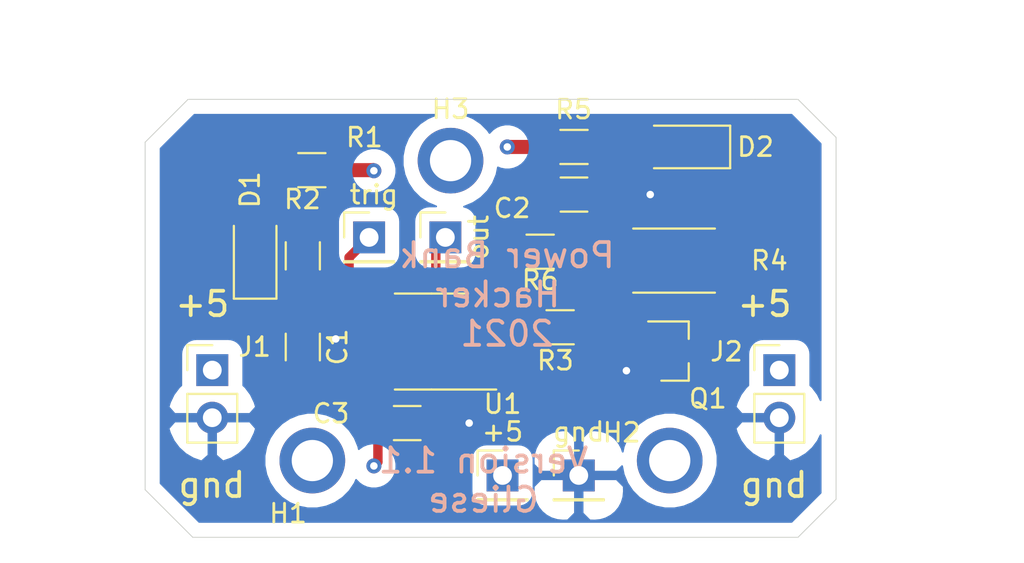
<source format=kicad_pcb>
(kicad_pcb (version 20171130) (host pcbnew 5.1.10-88a1d61d58~89~ubuntu20.04.1)

  (general
    (thickness 1.6)
    (drawings 22)
    (tracks 83)
    (zones 0)
    (modules 22)
    (nets 11)
  )

  (page A4)
  (layers
    (0 F.Cu signal)
    (1 In1.Cu signal)
    (2 In2.Cu power)
    (31 B.Cu power)
    (32 B.Adhes user)
    (33 F.Adhes user)
    (34 B.Paste user)
    (35 F.Paste user)
    (36 B.SilkS user)
    (37 F.SilkS user)
    (38 B.Mask user)
    (39 F.Mask user)
    (40 Dwgs.User user)
    (41 Cmts.User user)
    (42 Eco1.User user)
    (43 Eco2.User user)
    (44 Edge.Cuts user)
    (45 Margin user)
    (46 B.CrtYd user)
    (47 F.CrtYd user)
    (48 B.Fab user)
    (49 F.Fab user)
  )

  (setup
    (last_trace_width 0.5)
    (user_trace_width 0.25)
    (user_trace_width 0.5)
    (user_trace_width 0.75)
    (trace_clearance 0.3)
    (zone_clearance 0.75)
    (zone_45_only no)
    (trace_min 0.2)
    (via_size 0.8)
    (via_drill 0.4)
    (via_min_size 0.4)
    (via_min_drill 0.3)
    (uvia_size 0.3)
    (uvia_drill 0.1)
    (uvias_allowed no)
    (uvia_min_size 0.2)
    (uvia_min_drill 0.1)
    (edge_width 0.05)
    (segment_width 0.2)
    (pcb_text_width 0.3)
    (pcb_text_size 1.5 1.5)
    (mod_edge_width 0.12)
    (mod_text_size 1 1)
    (mod_text_width 0.15)
    (pad_size 1.524 1.524)
    (pad_drill 0.762)
    (pad_to_mask_clearance 0)
    (aux_axis_origin 0 0)
    (grid_origin 23.6 40.926)
    (visible_elements FFFFFF7F)
    (pcbplotparams
      (layerselection 0x010fc_ffffffff)
      (usegerberextensions false)
      (usegerberattributes true)
      (usegerberadvancedattributes true)
      (creategerberjobfile true)
      (excludeedgelayer true)
      (linewidth 0.100000)
      (plotframeref false)
      (viasonmask false)
      (mode 1)
      (useauxorigin false)
      (hpglpennumber 1)
      (hpglpenspeed 20)
      (hpglpendiameter 15.000000)
      (psnegative false)
      (psa4output false)
      (plotreference true)
      (plotvalue true)
      (plotinvisibletext false)
      (padsonsilk false)
      (subtractmaskfromsilk false)
      (outputformat 1)
      (mirror false)
      (drillshape 0)
      (scaleselection 1)
      (outputdirectory "gerber/"))
  )

  (net 0 "")
  (net 1 /trig)
  (net 2 GND)
  (net 3 +5V)
  (net 4 "Net-(D2-Pad1)")
  (net 5 "Net-(D2-Pad2)")
  (net 6 "Net-(Q1-Pad1)")
  (net 7 /output)
  (net 8 "Net-(U1-Pad5)")
  (net 9 /disch)
  (net 10 "Net-(R6-Pad1)")

  (net_class Default "This is the default net class."
    (clearance 0.3)
    (trace_width 0.25)
    (via_dia 0.8)
    (via_drill 0.4)
    (uvia_dia 0.3)
    (uvia_drill 0.1)
    (add_net +5V)
    (add_net /disch)
    (add_net /output)
    (add_net /trig)
    (add_net GND)
    (add_net "Net-(D2-Pad1)")
    (add_net "Net-(D2-Pad2)")
    (add_net "Net-(Q1-Pad1)")
    (add_net "Net-(R6-Pad1)")
    (add_net "Net-(U1-Pad5)")
  )

  (module Capacitor_SMD:C_1206_3216Metric_Pad1.33x1.80mm_HandSolder (layer F.Cu) (tedit 5F68FEEF) (tstamp 61BC9868)
    (at 44.682 27.21)
    (descr "Capacitor SMD 1206 (3216 Metric), square (rectangular) end terminal, IPC_7351 nominal with elongated pad for handsoldering. (Body size source: IPC-SM-782 page 76, https://www.pcb-3d.com/wordpress/wp-content/uploads/ipc-sm-782a_amendment_1_and_2.pdf), generated with kicad-footprint-generator")
    (tags "capacitor handsolder")
    (path /61BE12BE)
    (attr smd)
    (fp_text reference C2 (at -3.302 0.73) (layer F.SilkS)
      (effects (font (size 1 1) (thickness 0.15)))
    )
    (fp_text value 4.7uf (at 0 1.85) (layer F.Fab)
      (effects (font (size 1 1) (thickness 0.15)))
    )
    (fp_line (start -1.6 0.8) (end -1.6 -0.8) (layer F.Fab) (width 0.1))
    (fp_line (start -1.6 -0.8) (end 1.6 -0.8) (layer F.Fab) (width 0.1))
    (fp_line (start 1.6 -0.8) (end 1.6 0.8) (layer F.Fab) (width 0.1))
    (fp_line (start 1.6 0.8) (end -1.6 0.8) (layer F.Fab) (width 0.1))
    (fp_line (start -0.711252 -0.91) (end 0.711252 -0.91) (layer F.SilkS) (width 0.12))
    (fp_line (start -0.711252 0.91) (end 0.711252 0.91) (layer F.SilkS) (width 0.12))
    (fp_line (start -2.48 1.15) (end -2.48 -1.15) (layer F.CrtYd) (width 0.05))
    (fp_line (start -2.48 -1.15) (end 2.48 -1.15) (layer F.CrtYd) (width 0.05))
    (fp_line (start 2.48 -1.15) (end 2.48 1.15) (layer F.CrtYd) (width 0.05))
    (fp_line (start 2.48 1.15) (end -2.48 1.15) (layer F.CrtYd) (width 0.05))
    (fp_text user %R (at 0 0) (layer F.Fab)
      (effects (font (size 0.8 0.8) (thickness 0.12)))
    )
    (pad 1 smd roundrect (at -1.5625 0) (size 1.325 1.8) (layers F.Cu F.Paste F.Mask) (roundrect_rratio 0.1886784905660377)
      (net 3 +5V))
    (pad 2 smd roundrect (at 1.5625 0) (size 1.325 1.8) (layers F.Cu F.Paste F.Mask) (roundrect_rratio 0.1886784905660377)
      (net 2 GND))
    (model ${KISYS3DMOD}/Capacitor_SMD.3dshapes/C_1206_3216Metric.wrl
      (at (xyz 0 0 0))
      (scale (xyz 1 1 1))
      (rotate (xyz 0 0 0))
    )
  )

  (module Diode_SMD:D_1206_3216Metric (layer F.Cu) (tedit 5F68FEF0) (tstamp 61BC987B)
    (at 27.686 30.48 90)
    (descr "Diode SMD 1206 (3216 Metric), square (rectangular) end terminal, IPC_7351 nominal, (Body size source: http://www.tortai-tech.com/upload/download/2011102023233369053.pdf), generated with kicad-footprint-generator")
    (tags diode)
    (path /61BC8092)
    (attr smd)
    (fp_text reference D1 (at 3.524 -0.276 90) (layer F.SilkS)
      (effects (font (size 1 1) (thickness 0.15)))
    )
    (fp_text value D (at 0 1.82 90) (layer F.Fab)
      (effects (font (size 1 1) (thickness 0.15)))
    )
    (fp_line (start 1.6 -0.8) (end -1.2 -0.8) (layer F.Fab) (width 0.1))
    (fp_line (start -1.2 -0.8) (end -1.6 -0.4) (layer F.Fab) (width 0.1))
    (fp_line (start -1.6 -0.4) (end -1.6 0.8) (layer F.Fab) (width 0.1))
    (fp_line (start -1.6 0.8) (end 1.6 0.8) (layer F.Fab) (width 0.1))
    (fp_line (start 1.6 0.8) (end 1.6 -0.8) (layer F.Fab) (width 0.1))
    (fp_line (start 1.6 -1.135) (end -2.285 -1.135) (layer F.SilkS) (width 0.12))
    (fp_line (start -2.285 -1.135) (end -2.285 1.135) (layer F.SilkS) (width 0.12))
    (fp_line (start -2.285 1.135) (end 1.6 1.135) (layer F.SilkS) (width 0.12))
    (fp_line (start -2.28 1.12) (end -2.28 -1.12) (layer F.CrtYd) (width 0.05))
    (fp_line (start -2.28 -1.12) (end 2.28 -1.12) (layer F.CrtYd) (width 0.05))
    (fp_line (start 2.28 -1.12) (end 2.28 1.12) (layer F.CrtYd) (width 0.05))
    (fp_line (start 2.28 1.12) (end -2.28 1.12) (layer F.CrtYd) (width 0.05))
    (fp_text user %R (at 0 0 90) (layer F.Fab)
      (effects (font (size 0.8 0.8) (thickness 0.12)))
    )
    (pad 1 smd roundrect (at -1.4 0 90) (size 1.25 1.75) (layers F.Cu F.Paste F.Mask) (roundrect_rratio 0.2)
      (net 1 /trig))
    (pad 2 smd roundrect (at 1.4 0 90) (size 1.25 1.75) (layers F.Cu F.Paste F.Mask) (roundrect_rratio 0.2)
      (net 9 /disch))
    (model ${KISYS3DMOD}/Diode_SMD.3dshapes/D_1206_3216Metric.wrl
      (at (xyz 0 0 0))
      (scale (xyz 1 1 1))
      (rotate (xyz 0 0 0))
    )
  )

  (module LED_SMD:LED_1206_3216Metric_Pad1.42x1.75mm_HandSolder (layer F.Cu) (tedit 5F68FEF1) (tstamp 61BC9EDA)
    (at 50.546 24.67 180)
    (descr "LED SMD 1206 (3216 Metric), square (rectangular) end terminal, IPC_7351 nominal, (Body size source: http://www.tortai-tech.com/upload/download/2011102023233369053.pdf), generated with kicad-footprint-generator")
    (tags "LED handsolder")
    (path /61BD8B6D)
    (attr smd)
    (fp_text reference D2 (at -3.81 0) (layer F.SilkS)
      (effects (font (size 1 1) (thickness 0.15)))
    )
    (fp_text value LED (at 0 1.82) (layer F.Fab)
      (effects (font (size 1 1) (thickness 0.15)))
    )
    (fp_line (start 1.6 -0.8) (end -1.2 -0.8) (layer F.Fab) (width 0.1))
    (fp_line (start -1.2 -0.8) (end -1.6 -0.4) (layer F.Fab) (width 0.1))
    (fp_line (start -1.6 -0.4) (end -1.6 0.8) (layer F.Fab) (width 0.1))
    (fp_line (start -1.6 0.8) (end 1.6 0.8) (layer F.Fab) (width 0.1))
    (fp_line (start 1.6 0.8) (end 1.6 -0.8) (layer F.Fab) (width 0.1))
    (fp_line (start 1.6 -1.135) (end -2.46 -1.135) (layer F.SilkS) (width 0.12))
    (fp_line (start -2.46 -1.135) (end -2.46 1.135) (layer F.SilkS) (width 0.12))
    (fp_line (start -2.46 1.135) (end 1.6 1.135) (layer F.SilkS) (width 0.12))
    (fp_line (start -2.45 1.12) (end -2.45 -1.12) (layer F.CrtYd) (width 0.05))
    (fp_line (start -2.45 -1.12) (end 2.45 -1.12) (layer F.CrtYd) (width 0.05))
    (fp_line (start 2.45 -1.12) (end 2.45 1.12) (layer F.CrtYd) (width 0.05))
    (fp_line (start 2.45 1.12) (end -2.45 1.12) (layer F.CrtYd) (width 0.05))
    (fp_text user %R (at 0 0) (layer F.Fab)
      (effects (font (size 0.8 0.8) (thickness 0.12)))
    )
    (pad 1 smd roundrect (at -1.4875 0 180) (size 1.425 1.75) (layers F.Cu F.Paste F.Mask) (roundrect_rratio 0.1754385964912281)
      (net 4 "Net-(D2-Pad1)"))
    (pad 2 smd roundrect (at 1.4875 0 180) (size 1.425 1.75) (layers F.Cu F.Paste F.Mask) (roundrect_rratio 0.1754385964912281)
      (net 5 "Net-(D2-Pad2)"))
    (model ${KISYS3DMOD}/LED_SMD.3dshapes/LED_1206_3216Metric.wrl
      (at (xyz 0 0 0))
      (scale (xyz 1 1 1))
      (rotate (xyz 0 0 0))
    )
  )

  (module Package_TO_SOT_SMD:SOT-23 (layer F.Cu) (tedit 5A02FF57) (tstamp 61BC98A3)
    (at 50.038 35.56)
    (descr "SOT-23, Standard")
    (tags SOT-23)
    (path /61BD0B9E)
    (attr smd)
    (fp_text reference Q1 (at 1.778 2.54) (layer F.SilkS)
      (effects (font (size 1 1) (thickness 0.15)))
    )
    (fp_text value BC817 (at 0 2.5) (layer F.Fab)
      (effects (font (size 1 1) (thickness 0.15)))
    )
    (fp_line (start -0.7 -0.95) (end -0.7 1.5) (layer F.Fab) (width 0.1))
    (fp_line (start -0.15 -1.52) (end 0.7 -1.52) (layer F.Fab) (width 0.1))
    (fp_line (start -0.7 -0.95) (end -0.15 -1.52) (layer F.Fab) (width 0.1))
    (fp_line (start 0.7 -1.52) (end 0.7 1.52) (layer F.Fab) (width 0.1))
    (fp_line (start -0.7 1.52) (end 0.7 1.52) (layer F.Fab) (width 0.1))
    (fp_line (start 0.76 1.58) (end 0.76 0.65) (layer F.SilkS) (width 0.12))
    (fp_line (start 0.76 -1.58) (end 0.76 -0.65) (layer F.SilkS) (width 0.12))
    (fp_line (start -1.7 -1.75) (end 1.7 -1.75) (layer F.CrtYd) (width 0.05))
    (fp_line (start 1.7 -1.75) (end 1.7 1.75) (layer F.CrtYd) (width 0.05))
    (fp_line (start 1.7 1.75) (end -1.7 1.75) (layer F.CrtYd) (width 0.05))
    (fp_line (start -1.7 1.75) (end -1.7 -1.75) (layer F.CrtYd) (width 0.05))
    (fp_line (start 0.76 -1.58) (end -1.4 -1.58) (layer F.SilkS) (width 0.12))
    (fp_line (start 0.76 1.58) (end -0.7 1.58) (layer F.SilkS) (width 0.12))
    (fp_text user %R (at 0 0 90) (layer F.Fab)
      (effects (font (size 0.5 0.5) (thickness 0.075)))
    )
    (pad 1 smd rect (at -1 -0.95) (size 0.9 0.8) (layers F.Cu F.Paste F.Mask)
      (net 6 "Net-(Q1-Pad1)"))
    (pad 2 smd rect (at -1 0.95) (size 0.9 0.8) (layers F.Cu F.Paste F.Mask)
      (net 2 GND))
    (pad 3 smd rect (at 1 0) (size 0.9 0.8) (layers F.Cu F.Paste F.Mask)
      (net 4 "Net-(D2-Pad1)"))
    (model ${KISYS3DMOD}/Package_TO_SOT_SMD.3dshapes/SOT-23.wrl
      (at (xyz 0 0 0))
      (scale (xyz 1 1 1))
      (rotate (xyz 0 0 0))
    )
  )

  (module Resistor_SMD:R_1206_3216Metric_Pad1.30x1.75mm_HandSolder (layer F.Cu) (tedit 5F68FEEE) (tstamp 61BCA808)
    (at 30.708 25.908 180)
    (descr "Resistor SMD 1206 (3216 Metric), square (rectangular) end terminal, IPC_7351 nominal with elongated pad for handsoldering. (Body size source: IPC-SM-782 page 72, https://www.pcb-3d.com/wordpress/wp-content/uploads/ipc-sm-782a_amendment_1_and_2.pdf), generated with kicad-footprint-generator")
    (tags "resistor handsolder")
    (path /61BC76FC)
    (attr smd)
    (fp_text reference R1 (at -2.798 1.746) (layer F.SilkS)
      (effects (font (size 1 1) (thickness 0.15)))
    )
    (fp_text value 220k (at 0 1.82) (layer F.Fab)
      (effects (font (size 1 1) (thickness 0.15)))
    )
    (fp_line (start 2.45 1.12) (end -2.45 1.12) (layer F.CrtYd) (width 0.05))
    (fp_line (start 2.45 -1.12) (end 2.45 1.12) (layer F.CrtYd) (width 0.05))
    (fp_line (start -2.45 -1.12) (end 2.45 -1.12) (layer F.CrtYd) (width 0.05))
    (fp_line (start -2.45 1.12) (end -2.45 -1.12) (layer F.CrtYd) (width 0.05))
    (fp_line (start -0.727064 0.91) (end 0.727064 0.91) (layer F.SilkS) (width 0.12))
    (fp_line (start -0.727064 -0.91) (end 0.727064 -0.91) (layer F.SilkS) (width 0.12))
    (fp_line (start 1.6 0.8) (end -1.6 0.8) (layer F.Fab) (width 0.1))
    (fp_line (start 1.6 -0.8) (end 1.6 0.8) (layer F.Fab) (width 0.1))
    (fp_line (start -1.6 -0.8) (end 1.6 -0.8) (layer F.Fab) (width 0.1))
    (fp_line (start -1.6 0.8) (end -1.6 -0.8) (layer F.Fab) (width 0.1))
    (fp_text user %R (at 0 0) (layer F.Fab)
      (effects (font (size 0.8 0.8) (thickness 0.12)))
    )
    (pad 2 smd roundrect (at 1.55 0 180) (size 1.3 1.75) (layers F.Cu F.Paste F.Mask) (roundrect_rratio 0.1923076923076923)
      (net 9 /disch))
    (pad 1 smd roundrect (at -1.55 0 180) (size 1.3 1.75) (layers F.Cu F.Paste F.Mask) (roundrect_rratio 0.1923076923076923)
      (net 3 +5V))
    (model ${KISYS3DMOD}/Resistor_SMD.3dshapes/R_1206_3216Metric.wrl
      (at (xyz 0 0 0))
      (scale (xyz 1 1 1))
      (rotate (xyz 0 0 0))
    )
  )

  (module Resistor_SMD:R_1206_3216Metric_Pad1.30x1.75mm_HandSolder (layer F.Cu) (tedit 5F68FEEE) (tstamp 61BC98C5)
    (at 30.226 30.48 270)
    (descr "Resistor SMD 1206 (3216 Metric), square (rectangular) end terminal, IPC_7351 nominal with elongated pad for handsoldering. (Body size source: IPC-SM-782 page 72, https://www.pcb-3d.com/wordpress/wp-content/uploads/ipc-sm-782a_amendment_1_and_2.pdf), generated with kicad-footprint-generator")
    (tags "resistor handsolder")
    (path /61BC5AA7)
    (attr smd)
    (fp_text reference R2 (at -3.016 0.022 180) (layer F.SilkS)
      (effects (font (size 1 1) (thickness 0.15)))
    )
    (fp_text value 3.3M (at -2.794 -1.778 90) (layer F.Fab)
      (effects (font (size 1 1) (thickness 0.15)))
    )
    (fp_line (start -1.6 0.8) (end -1.6 -0.8) (layer F.Fab) (width 0.1))
    (fp_line (start -1.6 -0.8) (end 1.6 -0.8) (layer F.Fab) (width 0.1))
    (fp_line (start 1.6 -0.8) (end 1.6 0.8) (layer F.Fab) (width 0.1))
    (fp_line (start 1.6 0.8) (end -1.6 0.8) (layer F.Fab) (width 0.1))
    (fp_line (start -0.727064 -0.91) (end 0.727064 -0.91) (layer F.SilkS) (width 0.12))
    (fp_line (start -0.727064 0.91) (end 0.727064 0.91) (layer F.SilkS) (width 0.12))
    (fp_line (start -2.45 1.12) (end -2.45 -1.12) (layer F.CrtYd) (width 0.05))
    (fp_line (start -2.45 -1.12) (end 2.45 -1.12) (layer F.CrtYd) (width 0.05))
    (fp_line (start 2.45 -1.12) (end 2.45 1.12) (layer F.CrtYd) (width 0.05))
    (fp_line (start 2.45 1.12) (end -2.45 1.12) (layer F.CrtYd) (width 0.05))
    (fp_text user %R (at 0 0 90) (layer F.Fab)
      (effects (font (size 0.8 0.8) (thickness 0.12)))
    )
    (pad 1 smd roundrect (at -1.55 0 270) (size 1.3 1.75) (layers F.Cu F.Paste F.Mask) (roundrect_rratio 0.1923076923076923)
      (net 9 /disch))
    (pad 2 smd roundrect (at 1.55 0 270) (size 1.3 1.75) (layers F.Cu F.Paste F.Mask) (roundrect_rratio 0.1923076923076923)
      (net 1 /trig))
    (model ${KISYS3DMOD}/Resistor_SMD.3dshapes/R_1206_3216Metric.wrl
      (at (xyz 0 0 0))
      (scale (xyz 1 1 1))
      (rotate (xyz 0 0 0))
    )
  )

  (module Resistor_SMD:R_1206_3216Metric_Pad1.30x1.75mm_HandSolder (layer F.Cu) (tedit 5F68FEEE) (tstamp 61BC98D6)
    (at 43.942 34.29 180)
    (descr "Resistor SMD 1206 (3216 Metric), square (rectangular) end terminal, IPC_7351 nominal with elongated pad for handsoldering. (Body size source: IPC-SM-782 page 72, https://www.pcb-3d.com/wordpress/wp-content/uploads/ipc-sm-782a_amendment_1_and_2.pdf), generated with kicad-footprint-generator")
    (tags "resistor handsolder")
    (path /61BD0324)
    (attr smd)
    (fp_text reference R3 (at 0.254 -1.778) (layer F.SilkS)
      (effects (font (size 1 1) (thickness 0.15)))
    )
    (fp_text value 4.7k (at 0 1.82) (layer F.Fab)
      (effects (font (size 1 1) (thickness 0.15)))
    )
    (fp_line (start -1.6 0.8) (end -1.6 -0.8) (layer F.Fab) (width 0.1))
    (fp_line (start -1.6 -0.8) (end 1.6 -0.8) (layer F.Fab) (width 0.1))
    (fp_line (start 1.6 -0.8) (end 1.6 0.8) (layer F.Fab) (width 0.1))
    (fp_line (start 1.6 0.8) (end -1.6 0.8) (layer F.Fab) (width 0.1))
    (fp_line (start -0.727064 -0.91) (end 0.727064 -0.91) (layer F.SilkS) (width 0.12))
    (fp_line (start -0.727064 0.91) (end 0.727064 0.91) (layer F.SilkS) (width 0.12))
    (fp_line (start -2.45 1.12) (end -2.45 -1.12) (layer F.CrtYd) (width 0.05))
    (fp_line (start -2.45 -1.12) (end 2.45 -1.12) (layer F.CrtYd) (width 0.05))
    (fp_line (start 2.45 -1.12) (end 2.45 1.12) (layer F.CrtYd) (width 0.05))
    (fp_line (start 2.45 1.12) (end -2.45 1.12) (layer F.CrtYd) (width 0.05))
    (fp_text user %R (at 0 0) (layer F.Fab)
      (effects (font (size 0.8 0.8) (thickness 0.12)))
    )
    (pad 1 smd roundrect (at -1.55 0 180) (size 1.3 1.75) (layers F.Cu F.Paste F.Mask) (roundrect_rratio 0.1923076923076923)
      (net 6 "Net-(Q1-Pad1)"))
    (pad 2 smd roundrect (at 1.55 0 180) (size 1.3 1.75) (layers F.Cu F.Paste F.Mask) (roundrect_rratio 0.1923076923076923)
      (net 7 /output))
    (model ${KISYS3DMOD}/Resistor_SMD.3dshapes/R_1206_3216Metric.wrl
      (at (xyz 0 0 0))
      (scale (xyz 1 1 1))
      (rotate (xyz 0 0 0))
    )
  )

  (module Resistor_SMD:R_2512_6332Metric_Pad1.40x3.35mm_HandSolder (layer F.Cu) (tedit 5F68FEEE) (tstamp 61BC98E7)
    (at 50.016 30.734 180)
    (descr "Resistor SMD 2512 (6332 Metric), square (rectangular) end terminal, IPC_7351 nominal with elongated pad for handsoldering. (Body size source: IPC-SM-782 page 72, https://www.pcb-3d.com/wordpress/wp-content/uploads/ipc-sm-782a_amendment_1_and_2.pdf), generated with kicad-footprint-generator")
    (tags "resistor handsolder")
    (path /61BD1AE1)
    (attr smd)
    (fp_text reference R4 (at -5.08 0) (layer F.SilkS)
      (effects (font (size 1 1) (thickness 0.15)))
    )
    (fp_text value 51 (at -0.762 -2.54) (layer F.Fab)
      (effects (font (size 1 1) (thickness 0.15)))
    )
    (fp_line (start -3.15 1.6) (end -3.15 -1.6) (layer F.Fab) (width 0.1))
    (fp_line (start -3.15 -1.6) (end 3.15 -1.6) (layer F.Fab) (width 0.1))
    (fp_line (start 3.15 -1.6) (end 3.15 1.6) (layer F.Fab) (width 0.1))
    (fp_line (start 3.15 1.6) (end -3.15 1.6) (layer F.Fab) (width 0.1))
    (fp_line (start -2.177064 -1.71) (end 2.177064 -1.71) (layer F.SilkS) (width 0.12))
    (fp_line (start -2.177064 1.71) (end 2.177064 1.71) (layer F.SilkS) (width 0.12))
    (fp_line (start -4 1.92) (end -4 -1.92) (layer F.CrtYd) (width 0.05))
    (fp_line (start -4 -1.92) (end 4 -1.92) (layer F.CrtYd) (width 0.05))
    (fp_line (start 4 -1.92) (end 4 1.92) (layer F.CrtYd) (width 0.05))
    (fp_line (start 4 1.92) (end -4 1.92) (layer F.CrtYd) (width 0.05))
    (fp_text user %R (at 0 0) (layer F.Fab)
      (effects (font (size 1 1) (thickness 0.15)))
    )
    (pad 1 smd roundrect (at -3.05 0 180) (size 1.4 3.35) (layers F.Cu F.Paste F.Mask) (roundrect_rratio 0.1785707142857143)
      (net 4 "Net-(D2-Pad1)"))
    (pad 2 smd roundrect (at 3.05 0 180) (size 1.4 3.35) (layers F.Cu F.Paste F.Mask) (roundrect_rratio 0.1785707142857143)
      (net 3 +5V))
    (model ${KISYS3DMOD}/Resistor_SMD.3dshapes/R_2512_6332Metric.wrl
      (at (xyz 0 0 0))
      (scale (xyz 1 1 1))
      (rotate (xyz 0 0 0))
    )
  )

  (module Resistor_SMD:R_1206_3216Metric_Pad1.30x1.75mm_HandSolder (layer F.Cu) (tedit 5F68FEEE) (tstamp 61BC98F8)
    (at 44.682 24.67)
    (descr "Resistor SMD 1206 (3216 Metric), square (rectangular) end terminal, IPC_7351 nominal with elongated pad for handsoldering. (Body size source: IPC-SM-782 page 72, https://www.pcb-3d.com/wordpress/wp-content/uploads/ipc-sm-782a_amendment_1_and_2.pdf), generated with kicad-footprint-generator")
    (tags "resistor handsolder")
    (path /61BD7A70)
    (attr smd)
    (fp_text reference R5 (at -0.022 -2) (layer F.SilkS)
      (effects (font (size 1 1) (thickness 0.15)))
    )
    (fp_text value 330 (at 0 1.82) (layer F.Fab)
      (effects (font (size 1 1) (thickness 0.15)))
    )
    (fp_line (start 2.45 1.12) (end -2.45 1.12) (layer F.CrtYd) (width 0.05))
    (fp_line (start 2.45 -1.12) (end 2.45 1.12) (layer F.CrtYd) (width 0.05))
    (fp_line (start -2.45 -1.12) (end 2.45 -1.12) (layer F.CrtYd) (width 0.05))
    (fp_line (start -2.45 1.12) (end -2.45 -1.12) (layer F.CrtYd) (width 0.05))
    (fp_line (start -0.727064 0.91) (end 0.727064 0.91) (layer F.SilkS) (width 0.12))
    (fp_line (start -0.727064 -0.91) (end 0.727064 -0.91) (layer F.SilkS) (width 0.12))
    (fp_line (start 1.6 0.8) (end -1.6 0.8) (layer F.Fab) (width 0.1))
    (fp_line (start 1.6 -0.8) (end 1.6 0.8) (layer F.Fab) (width 0.1))
    (fp_line (start -1.6 -0.8) (end 1.6 -0.8) (layer F.Fab) (width 0.1))
    (fp_line (start -1.6 0.8) (end -1.6 -0.8) (layer F.Fab) (width 0.1))
    (fp_text user %R (at 0 0) (layer F.Fab)
      (effects (font (size 0.8 0.8) (thickness 0.12)))
    )
    (pad 2 smd roundrect (at 1.55 0) (size 1.3 1.75) (layers F.Cu F.Paste F.Mask) (roundrect_rratio 0.1923076923076923)
      (net 5 "Net-(D2-Pad2)"))
    (pad 1 smd roundrect (at -1.55 0) (size 1.3 1.75) (layers F.Cu F.Paste F.Mask) (roundrect_rratio 0.1923076923076923)
      (net 3 +5V))
    (model ${KISYS3DMOD}/Resistor_SMD.3dshapes/R_1206_3216Metric.wrl
      (at (xyz 0 0 0))
      (scale (xyz 1 1 1))
      (rotate (xyz 0 0 0))
    )
  )

  (module Package_SO:SOIC-8_3.9x4.9mm_P1.27mm (layer F.Cu) (tedit 5D9F72B1) (tstamp 61BC9912)
    (at 37.084 35.052 180)
    (descr "SOIC, 8 Pin (JEDEC MS-012AA, https://www.analog.com/media/en/package-pcb-resources/package/pkg_pdf/soic_narrow-r/r_8.pdf), generated with kicad-footprint-generator ipc_gullwing_generator.py")
    (tags "SOIC SO")
    (path /61BC36D1)
    (attr smd)
    (fp_text reference U1 (at -3.788 -3.334) (layer F.SilkS)
      (effects (font (size 1 1) (thickness 0.15)))
    )
    (fp_text value ICM7555xB (at 0 3.4) (layer F.Fab)
      (effects (font (size 1 1) (thickness 0.15)))
    )
    (fp_line (start 0 2.56) (end 1.95 2.56) (layer F.SilkS) (width 0.12))
    (fp_line (start 0 2.56) (end -1.95 2.56) (layer F.SilkS) (width 0.12))
    (fp_line (start 0 -2.56) (end 1.95 -2.56) (layer F.SilkS) (width 0.12))
    (fp_line (start 0 -2.56) (end -3.45 -2.56) (layer F.SilkS) (width 0.12))
    (fp_line (start -0.975 -2.45) (end 1.95 -2.45) (layer F.Fab) (width 0.1))
    (fp_line (start 1.95 -2.45) (end 1.95 2.45) (layer F.Fab) (width 0.1))
    (fp_line (start 1.95 2.45) (end -1.95 2.45) (layer F.Fab) (width 0.1))
    (fp_line (start -1.95 2.45) (end -1.95 -1.475) (layer F.Fab) (width 0.1))
    (fp_line (start -1.95 -1.475) (end -0.975 -2.45) (layer F.Fab) (width 0.1))
    (fp_line (start -3.7 -2.7) (end -3.7 2.7) (layer F.CrtYd) (width 0.05))
    (fp_line (start -3.7 2.7) (end 3.7 2.7) (layer F.CrtYd) (width 0.05))
    (fp_line (start 3.7 2.7) (end 3.7 -2.7) (layer F.CrtYd) (width 0.05))
    (fp_line (start 3.7 -2.7) (end -3.7 -2.7) (layer F.CrtYd) (width 0.05))
    (fp_text user %R (at 0 0) (layer F.Fab)
      (effects (font (size 0.98 0.98) (thickness 0.15)))
    )
    (pad 1 smd roundrect (at -2.475 -1.905 180) (size 1.95 0.6) (layers F.Cu F.Paste F.Mask) (roundrect_rratio 0.25)
      (net 2 GND))
    (pad 2 smd roundrect (at -2.475 -0.635 180) (size 1.95 0.6) (layers F.Cu F.Paste F.Mask) (roundrect_rratio 0.25)
      (net 1 /trig))
    (pad 3 smd roundrect (at -2.475 0.635 180) (size 1.95 0.6) (layers F.Cu F.Paste F.Mask) (roundrect_rratio 0.25)
      (net 7 /output))
    (pad 4 smd roundrect (at -2.475 1.905 180) (size 1.95 0.6) (layers F.Cu F.Paste F.Mask) (roundrect_rratio 0.25)
      (net 10 "Net-(R6-Pad1)"))
    (pad 5 smd roundrect (at 2.475 1.905 180) (size 1.95 0.6) (layers F.Cu F.Paste F.Mask) (roundrect_rratio 0.25)
      (net 8 "Net-(U1-Pad5)"))
    (pad 6 smd roundrect (at 2.475 0.635 180) (size 1.95 0.6) (layers F.Cu F.Paste F.Mask) (roundrect_rratio 0.25)
      (net 1 /trig))
    (pad 7 smd roundrect (at 2.475 -0.635 180) (size 1.95 0.6) (layers F.Cu F.Paste F.Mask) (roundrect_rratio 0.25)
      (net 9 /disch))
    (pad 8 smd roundrect (at 2.475 -1.905 180) (size 1.95 0.6) (layers F.Cu F.Paste F.Mask) (roundrect_rratio 0.25)
      (net 3 +5V))
    (model ${KISYS3DMOD}/Package_SO.3dshapes/SOIC-8_3.9x4.9mm_P1.27mm.wrl
      (at (xyz 0 0 0))
      (scale (xyz 1 1 1))
      (rotate (xyz 0 0 0))
    )
  )

  (module Connector_PinHeader_2.54mm:PinHeader_1x02_P2.54mm_Vertical (layer F.Cu) (tedit 59FED5CC) (tstamp 61BCB597)
    (at 25.4 36.576)
    (descr "Through hole straight pin header, 1x02, 2.54mm pitch, single row")
    (tags "Through hole pin header THT 1x02 2.54mm single row")
    (path /61BCFABB)
    (fp_text reference J1 (at 2.264 -1.238) (layer F.SilkS)
      (effects (font (size 1 1) (thickness 0.15)))
    )
    (fp_text value Conn_01x02_Female (at 0 4.87) (layer F.Fab) hide
      (effects (font (size 1 1) (thickness 0.15)))
    )
    (fp_line (start 1.8 -1.8) (end -1.8 -1.8) (layer F.CrtYd) (width 0.05))
    (fp_line (start 1.8 4.35) (end 1.8 -1.8) (layer F.CrtYd) (width 0.05))
    (fp_line (start -1.8 4.35) (end 1.8 4.35) (layer F.CrtYd) (width 0.05))
    (fp_line (start -1.8 -1.8) (end -1.8 4.35) (layer F.CrtYd) (width 0.05))
    (fp_line (start -1.33 -1.33) (end 0 -1.33) (layer F.SilkS) (width 0.12))
    (fp_line (start -1.33 0) (end -1.33 -1.33) (layer F.SilkS) (width 0.12))
    (fp_line (start -1.33 1.27) (end 1.33 1.27) (layer F.SilkS) (width 0.12))
    (fp_line (start 1.33 1.27) (end 1.33 3.87) (layer F.SilkS) (width 0.12))
    (fp_line (start -1.33 1.27) (end -1.33 3.87) (layer F.SilkS) (width 0.12))
    (fp_line (start -1.33 3.87) (end 1.33 3.87) (layer F.SilkS) (width 0.12))
    (fp_line (start -1.27 -0.635) (end -0.635 -1.27) (layer F.Fab) (width 0.1))
    (fp_line (start -1.27 3.81) (end -1.27 -0.635) (layer F.Fab) (width 0.1))
    (fp_line (start 1.27 3.81) (end -1.27 3.81) (layer F.Fab) (width 0.1))
    (fp_line (start 1.27 -1.27) (end 1.27 3.81) (layer F.Fab) (width 0.1))
    (fp_line (start -0.635 -1.27) (end 1.27 -1.27) (layer F.Fab) (width 0.1))
    (fp_text user %R (at 0 1.27 90) (layer F.Fab)
      (effects (font (size 1 1) (thickness 0.15)))
    )
    (pad 1 thru_hole rect (at 0 0) (size 1.7 1.7) (drill 1) (layers *.Cu *.Mask)
      (net 3 +5V))
    (pad 2 thru_hole oval (at 0 2.54) (size 1.7 1.7) (drill 1) (layers *.Cu *.Mask)
      (net 2 GND))
    (model ${KISYS3DMOD}/Connector_PinHeader_2.54mm.3dshapes/PinHeader_1x02_P2.54mm_Vertical.wrl
      (at (xyz 0 0 0))
      (scale (xyz 1 1 1))
      (rotate (xyz 0 0 0))
    )
  )

  (module Connector_PinHeader_2.54mm:PinHeader_1x02_P2.54mm_Vertical (layer F.Cu) (tedit 59FED5CC) (tstamp 61BCB699)
    (at 55.626 36.576)
    (descr "Through hole straight pin header, 1x02, 2.54mm pitch, single row")
    (tags "Through hole pin header THT 1x02 2.54mm single row")
    (path /61BCFDEC)
    (fp_text reference J2 (at -2.816 -0.984) (layer F.SilkS)
      (effects (font (size 1 1) (thickness 0.15)))
    )
    (fp_text value Conn_01x02_Female (at 0 4.87) (layer F.Fab) hide
      (effects (font (size 1 1) (thickness 0.15)))
    )
    (fp_line (start -0.635 -1.27) (end 1.27 -1.27) (layer F.Fab) (width 0.1))
    (fp_line (start 1.27 -1.27) (end 1.27 3.81) (layer F.Fab) (width 0.1))
    (fp_line (start 1.27 3.81) (end -1.27 3.81) (layer F.Fab) (width 0.1))
    (fp_line (start -1.27 3.81) (end -1.27 -0.635) (layer F.Fab) (width 0.1))
    (fp_line (start -1.27 -0.635) (end -0.635 -1.27) (layer F.Fab) (width 0.1))
    (fp_line (start -1.33 3.87) (end 1.33 3.87) (layer F.SilkS) (width 0.12))
    (fp_line (start -1.33 1.27) (end -1.33 3.87) (layer F.SilkS) (width 0.12))
    (fp_line (start 1.33 1.27) (end 1.33 3.87) (layer F.SilkS) (width 0.12))
    (fp_line (start -1.33 1.27) (end 1.33 1.27) (layer F.SilkS) (width 0.12))
    (fp_line (start -1.33 0) (end -1.33 -1.33) (layer F.SilkS) (width 0.12))
    (fp_line (start -1.33 -1.33) (end 0 -1.33) (layer F.SilkS) (width 0.12))
    (fp_line (start -1.8 -1.8) (end -1.8 4.35) (layer F.CrtYd) (width 0.05))
    (fp_line (start -1.8 4.35) (end 1.8 4.35) (layer F.CrtYd) (width 0.05))
    (fp_line (start 1.8 4.35) (end 1.8 -1.8) (layer F.CrtYd) (width 0.05))
    (fp_line (start 1.8 -1.8) (end -1.8 -1.8) (layer F.CrtYd) (width 0.05))
    (fp_text user %R (at 0 1.27 90) (layer F.Fab)
      (effects (font (size 1 1) (thickness 0.15)))
    )
    (pad 2 thru_hole oval (at 0 2.54) (size 1.7 1.7) (drill 1) (layers *.Cu *.Mask)
      (net 2 GND))
    (pad 1 thru_hole rect (at 0 0) (size 1.7 1.7) (drill 1) (layers *.Cu *.Mask)
      (net 3 +5V))
    (model ${KISYS3DMOD}/Connector_PinHeader_2.54mm.3dshapes/PinHeader_1x02_P2.54mm_Vertical.wrl
      (at (xyz 0 0 0))
      (scale (xyz 1 1 1))
      (rotate (xyz 0 0 0))
    )
  )

  (module MountingHole:MountingHole_2.2mm_M2_ISO7380_Pad_TopBottom (layer F.Cu) (tedit 56D1B4CB) (tstamp 61BCB9BB)
    (at 30.734 41.402)
    (descr "Mounting Hole 2.2mm, M2, ISO7380")
    (tags "mounting hole 2.2mm m2 iso7380")
    (path /61BD7754)
    (attr virtual)
    (fp_text reference H1 (at -1.292 2.826) (layer F.SilkS)
      (effects (font (size 1 1) (thickness 0.15)))
    )
    (fp_text value MountingHole (at 0 2.75) (layer F.Fab) hide
      (effects (font (size 1 1) (thickness 0.15)))
    )
    (fp_circle (center 0 0) (end 2 0) (layer F.CrtYd) (width 0.05))
    (fp_circle (center 0 0) (end 1.75 0) (layer Cmts.User) (width 0.15))
    (fp_text user %R (at 0.3 0) (layer F.Fab)
      (effects (font (size 1 1) (thickness 0.15)))
    )
    (pad 1 thru_hole circle (at 0 0) (size 2.6 2.6) (drill 2.2) (layers *.Cu *.Mask))
    (pad 1 connect circle (at 0 0) (size 3.5 3.5) (layers F.Cu F.Mask))
    (pad 1 connect circle (at 0 0) (size 3.5 3.5) (layers B.Cu B.Mask))
  )

  (module MountingHole:MountingHole_2.2mm_M2_ISO7380_Pad_TopBottom (layer F.Cu) (tedit 56D1B4CB) (tstamp 61BCB9C5)
    (at 49.784 41.402)
    (descr "Mounting Hole 2.2mm, M2, ISO7380")
    (tags "mounting hole 2.2mm m2 iso7380")
    (path /61BD9843)
    (attr virtual)
    (fp_text reference H2 (at -2.562 -1.492) (layer F.SilkS)
      (effects (font (size 1 1) (thickness 0.15)))
    )
    (fp_text value MountingHole (at 0 2.75) (layer F.Fab) hide
      (effects (font (size 1 1) (thickness 0.15)))
    )
    (fp_circle (center 0 0) (end 1.75 0) (layer Cmts.User) (width 0.15))
    (fp_circle (center 0 0) (end 2 0) (layer F.CrtYd) (width 0.05))
    (fp_text user %R (at 0.3 0) (layer F.Fab)
      (effects (font (size 1 1) (thickness 0.15)))
    )
    (pad 1 connect circle (at 0 0) (size 3.5 3.5) (layers B.Cu B.Mask))
    (pad 1 connect circle (at 0 0) (size 3.5 3.5) (layers F.Cu F.Mask))
    (pad 1 thru_hole circle (at 0 0) (size 2.6 2.6) (drill 2.2) (layers *.Cu *.Mask))
  )

  (module MountingHole:MountingHole_2.2mm_M2_ISO7380_Pad_TopBottom (layer F.Cu) (tedit 56D1B4CB) (tstamp 61BCB9CF)
    (at 38.1 25.4)
    (descr "Mounting Hole 2.2mm, M2, ISO7380")
    (tags "mounting hole 2.2mm m2 iso7380")
    (path /61BD9D24)
    (attr virtual)
    (fp_text reference H3 (at 0 -2.75) (layer F.SilkS)
      (effects (font (size 1 1) (thickness 0.15)))
    )
    (fp_text value MountingHole (at 0 2.75) (layer F.Fab) hide
      (effects (font (size 1 1) (thickness 0.15)))
    )
    (fp_circle (center 0 0) (end 2 0) (layer F.CrtYd) (width 0.05))
    (fp_circle (center 0 0) (end 1.75 0) (layer Cmts.User) (width 0.15))
    (fp_text user %R (at 0.3 0) (layer F.Fab)
      (effects (font (size 1 1) (thickness 0.15)))
    )
    (pad 1 thru_hole circle (at 0 0) (size 2.6 2.6) (drill 2.2) (layers *.Cu *.Mask))
    (pad 1 connect circle (at 0 0) (size 3.5 3.5) (layers F.Cu F.Mask))
    (pad 1 connect circle (at 0 0) (size 3.5 3.5) (layers B.Cu B.Mask))
  )

  (module Capacitor_SMD:C_1206_3216Metric_Pad1.33x1.80mm_HandSolder (layer F.Cu) (tedit 5F68FEEF) (tstamp 61BCC17E)
    (at 35.792 39.402)
    (descr "Capacitor SMD 1206 (3216 Metric), square (rectangular) end terminal, IPC_7351 nominal with elongated pad for handsoldering. (Body size source: IPC-SM-782 page 76, https://www.pcb-3d.com/wordpress/wp-content/uploads/ipc-sm-782a_amendment_1_and_2.pdf), generated with kicad-footprint-generator")
    (tags "capacitor handsolder")
    (path /61BF0616)
    (attr smd)
    (fp_text reference C3 (at -4.064 -0.508) (layer F.SilkS)
      (effects (font (size 1 1) (thickness 0.15)))
    )
    (fp_text value 4.7uf (at 0 1.85) (layer F.Fab)
      (effects (font (size 1 1) (thickness 0.15)))
    )
    (fp_line (start 2.48 1.15) (end -2.48 1.15) (layer F.CrtYd) (width 0.05))
    (fp_line (start 2.48 -1.15) (end 2.48 1.15) (layer F.CrtYd) (width 0.05))
    (fp_line (start -2.48 -1.15) (end 2.48 -1.15) (layer F.CrtYd) (width 0.05))
    (fp_line (start -2.48 1.15) (end -2.48 -1.15) (layer F.CrtYd) (width 0.05))
    (fp_line (start -0.711252 0.91) (end 0.711252 0.91) (layer F.SilkS) (width 0.12))
    (fp_line (start -0.711252 -0.91) (end 0.711252 -0.91) (layer F.SilkS) (width 0.12))
    (fp_line (start 1.6 0.8) (end -1.6 0.8) (layer F.Fab) (width 0.1))
    (fp_line (start 1.6 -0.8) (end 1.6 0.8) (layer F.Fab) (width 0.1))
    (fp_line (start -1.6 -0.8) (end 1.6 -0.8) (layer F.Fab) (width 0.1))
    (fp_line (start -1.6 0.8) (end -1.6 -0.8) (layer F.Fab) (width 0.1))
    (fp_text user %R (at 0 0) (layer F.Fab)
      (effects (font (size 0.8 0.8) (thickness 0.12)))
    )
    (pad 1 smd roundrect (at -1.5625 0) (size 1.325 1.8) (layers F.Cu F.Paste F.Mask) (roundrect_rratio 0.1886784905660377)
      (net 3 +5V))
    (pad 2 smd roundrect (at 1.5625 0) (size 1.325 1.8) (layers F.Cu F.Paste F.Mask) (roundrect_rratio 0.1886784905660377)
      (net 2 GND))
    (model ${KISYS3DMOD}/Capacitor_SMD.3dshapes/C_1206_3216Metric.wrl
      (at (xyz 0 0 0))
      (scale (xyz 1 1 1))
      (rotate (xyz 0 0 0))
    )
  )

  (module Capacitor_SMD:C_1206_3216Metric (layer F.Cu) (tedit 5F68FEEE) (tstamp 61D34EE0)
    (at 30.226 35.344 270)
    (descr "Capacitor SMD 1206 (3216 Metric), square (rectangular) end terminal, IPC_7351 nominal, (Body size source: IPC-SM-782 page 76, https://www.pcb-3d.com/wordpress/wp-content/uploads/ipc-sm-782a_amendment_1_and_2.pdf), generated with kicad-footprint-generator")
    (tags capacitor)
    (path /61BCD26F)
    (attr smd)
    (fp_text reference C1 (at 0 -1.85 90) (layer F.SilkS)
      (effects (font (size 1 1) (thickness 0.15)))
    )
    (fp_text value 10uf (at 0 1.85 90) (layer F.Fab)
      (effects (font (size 1 1) (thickness 0.15)))
    )
    (fp_line (start 2.3 1.15) (end -2.3 1.15) (layer F.CrtYd) (width 0.05))
    (fp_line (start 2.3 -1.15) (end 2.3 1.15) (layer F.CrtYd) (width 0.05))
    (fp_line (start -2.3 -1.15) (end 2.3 -1.15) (layer F.CrtYd) (width 0.05))
    (fp_line (start -2.3 1.15) (end -2.3 -1.15) (layer F.CrtYd) (width 0.05))
    (fp_line (start -0.711252 0.91) (end 0.711252 0.91) (layer F.SilkS) (width 0.12))
    (fp_line (start -0.711252 -0.91) (end 0.711252 -0.91) (layer F.SilkS) (width 0.12))
    (fp_line (start 1.6 0.8) (end -1.6 0.8) (layer F.Fab) (width 0.1))
    (fp_line (start 1.6 -0.8) (end 1.6 0.8) (layer F.Fab) (width 0.1))
    (fp_line (start -1.6 -0.8) (end 1.6 -0.8) (layer F.Fab) (width 0.1))
    (fp_line (start -1.6 0.8) (end -1.6 -0.8) (layer F.Fab) (width 0.1))
    (fp_text user %R (at 0 0 90) (layer F.Fab)
      (effects (font (size 0.8 0.8) (thickness 0.12)))
    )
    (pad 1 smd roundrect (at -1.475 0 270) (size 1.15 1.8) (layers F.Cu F.Paste F.Mask) (roundrect_rratio 0.217391)
      (net 1 /trig))
    (pad 2 smd roundrect (at 1.475 0 270) (size 1.15 1.8) (layers F.Cu F.Paste F.Mask) (roundrect_rratio 0.217391)
      (net 2 GND))
    (model ${KISYS3DMOD}/Capacitor_SMD.3dshapes/C_1206_3216Metric.wrl
      (at (xyz 0 0 0))
      (scale (xyz 1 1 1))
      (rotate (xyz 0 0 0))
    )
  )

  (module Resistor_SMD:R_1206_3216Metric_Pad1.30x1.75mm_HandSolder (layer F.Cu) (tedit 5F68FEEE) (tstamp 61D34F00)
    (at 42.878 30.258)
    (descr "Resistor SMD 1206 (3216 Metric), square (rectangular) end terminal, IPC_7351 nominal with elongated pad for handsoldering. (Body size source: IPC-SM-782 page 72, https://www.pcb-3d.com/wordpress/wp-content/uploads/ipc-sm-782a_amendment_1_and_2.pdf), generated with kicad-footprint-generator")
    (tags "resistor handsolder")
    (path /61D587FE)
    (attr smd)
    (fp_text reference R6 (at 0 1.524) (layer F.SilkS)
      (effects (font (size 1 1) (thickness 0.15)))
    )
    (fp_text value 0R (at 0 1.82) (layer F.Fab)
      (effects (font (size 1 1) (thickness 0.15)))
    )
    (fp_line (start 2.45 1.12) (end -2.45 1.12) (layer F.CrtYd) (width 0.05))
    (fp_line (start 2.45 -1.12) (end 2.45 1.12) (layer F.CrtYd) (width 0.05))
    (fp_line (start -2.45 -1.12) (end 2.45 -1.12) (layer F.CrtYd) (width 0.05))
    (fp_line (start -2.45 1.12) (end -2.45 -1.12) (layer F.CrtYd) (width 0.05))
    (fp_line (start -0.727064 0.91) (end 0.727064 0.91) (layer F.SilkS) (width 0.12))
    (fp_line (start -0.727064 -0.91) (end 0.727064 -0.91) (layer F.SilkS) (width 0.12))
    (fp_line (start 1.6 0.8) (end -1.6 0.8) (layer F.Fab) (width 0.1))
    (fp_line (start 1.6 -0.8) (end 1.6 0.8) (layer F.Fab) (width 0.1))
    (fp_line (start -1.6 -0.8) (end 1.6 -0.8) (layer F.Fab) (width 0.1))
    (fp_line (start -1.6 0.8) (end -1.6 -0.8) (layer F.Fab) (width 0.1))
    (fp_text user %R (at 0 0) (layer F.Fab)
      (effects (font (size 0.8 0.8) (thickness 0.12)))
    )
    (pad 1 smd roundrect (at -1.55 0) (size 1.3 1.75) (layers F.Cu F.Paste F.Mask) (roundrect_rratio 0.192308)
      (net 10 "Net-(R6-Pad1)"))
    (pad 2 smd roundrect (at 1.55 0) (size 1.3 1.75) (layers F.Cu F.Paste F.Mask) (roundrect_rratio 0.192308)
      (net 3 +5V))
    (model ${KISYS3DMOD}/Resistor_SMD.3dshapes/R_1206_3216Metric.wrl
      (at (xyz 0 0 0))
      (scale (xyz 1 1 1))
      (rotate (xyz 0 0 0))
    )
  )

  (module Connector_PinHeader_2.54mm:PinHeader_1x01_P2.54mm_Vertical (layer F.Cu) (tedit 59FED5CC) (tstamp 61D35767)
    (at 44.936 42.196)
    (descr "Through hole straight pin header, 1x01, 2.54mm pitch, single row")
    (tags "Through hole pin header THT 1x01 2.54mm single row")
    (path /61D552E7)
    (fp_text reference gnd (at 0 -2.33) (layer F.SilkS)
      (effects (font (size 1 1) (thickness 0.15)))
    )
    (fp_text value TestPoint (at 0 2.33) (layer F.Fab)
      (effects (font (size 1 1) (thickness 0.15)))
    )
    (fp_line (start 1.8 -1.8) (end -1.8 -1.8) (layer F.CrtYd) (width 0.05))
    (fp_line (start 1.8 1.8) (end 1.8 -1.8) (layer F.CrtYd) (width 0.05))
    (fp_line (start -1.8 1.8) (end 1.8 1.8) (layer F.CrtYd) (width 0.05))
    (fp_line (start -1.8 -1.8) (end -1.8 1.8) (layer F.CrtYd) (width 0.05))
    (fp_line (start -1.33 -1.33) (end 0 -1.33) (layer F.SilkS) (width 0.12))
    (fp_line (start -1.33 0) (end -1.33 -1.33) (layer F.SilkS) (width 0.12))
    (fp_line (start -1.33 1.27) (end 1.33 1.27) (layer F.SilkS) (width 0.12))
    (fp_line (start 1.33 1.27) (end 1.33 1.33) (layer F.SilkS) (width 0.12))
    (fp_line (start -1.33 1.27) (end -1.33 1.33) (layer F.SilkS) (width 0.12))
    (fp_line (start -1.33 1.33) (end 1.33 1.33) (layer F.SilkS) (width 0.12))
    (fp_line (start -1.27 -0.635) (end -0.635 -1.27) (layer F.Fab) (width 0.1))
    (fp_line (start -1.27 1.27) (end -1.27 -0.635) (layer F.Fab) (width 0.1))
    (fp_line (start 1.27 1.27) (end -1.27 1.27) (layer F.Fab) (width 0.1))
    (fp_line (start 1.27 -1.27) (end 1.27 1.27) (layer F.Fab) (width 0.1))
    (fp_line (start -0.635 -1.27) (end 1.27 -1.27) (layer F.Fab) (width 0.1))
    (fp_text user %R (at 0 0 90) (layer F.Fab)
      (effects (font (size 1 1) (thickness 0.15)))
    )
    (pad 1 thru_hole rect (at 0 0) (size 1.7 1.7) (drill 1) (layers *.Cu *.Mask)
      (net 2 GND))
    (model ${KISYS3DMOD}/Connector_PinHeader_2.54mm.3dshapes/PinHeader_1x01_P2.54mm_Vertical.wrl
      (at (xyz 0 0 0))
      (scale (xyz 1 1 1))
      (rotate (xyz 0 0 0))
    )
  )

  (module Connector_PinHeader_2.54mm:PinHeader_1x01_P2.54mm_Vertical (layer F.Cu) (tedit 59FED5CC) (tstamp 61D34F2A)
    (at 40.872 42.196)
    (descr "Through hole straight pin header, 1x01, 2.54mm pitch, single row")
    (tags "Through hole pin header THT 1x01 2.54mm single row")
    (path /61D550A7)
    (fp_text reference +5 (at 0 -2.33) (layer F.SilkS)
      (effects (font (size 1 1) (thickness 0.15)))
    )
    (fp_text value TestPoint (at 0 2.33) (layer F.Fab)
      (effects (font (size 1 1) (thickness 0.15)))
    )
    (fp_text user %R (at 0 0 90) (layer F.Fab)
      (effects (font (size 1 1) (thickness 0.15)))
    )
    (fp_line (start -0.635 -1.27) (end 1.27 -1.27) (layer F.Fab) (width 0.1))
    (fp_line (start 1.27 -1.27) (end 1.27 1.27) (layer F.Fab) (width 0.1))
    (fp_line (start 1.27 1.27) (end -1.27 1.27) (layer F.Fab) (width 0.1))
    (fp_line (start -1.27 1.27) (end -1.27 -0.635) (layer F.Fab) (width 0.1))
    (fp_line (start -1.27 -0.635) (end -0.635 -1.27) (layer F.Fab) (width 0.1))
    (fp_line (start -1.33 1.33) (end 1.33 1.33) (layer F.SilkS) (width 0.12))
    (fp_line (start -1.33 1.27) (end -1.33 1.33) (layer F.SilkS) (width 0.12))
    (fp_line (start 1.33 1.27) (end 1.33 1.33) (layer F.SilkS) (width 0.12))
    (fp_line (start -1.33 1.27) (end 1.33 1.27) (layer F.SilkS) (width 0.12))
    (fp_line (start -1.33 0) (end -1.33 -1.33) (layer F.SilkS) (width 0.12))
    (fp_line (start -1.33 -1.33) (end 0 -1.33) (layer F.SilkS) (width 0.12))
    (fp_line (start -1.8 -1.8) (end -1.8 1.8) (layer F.CrtYd) (width 0.05))
    (fp_line (start -1.8 1.8) (end 1.8 1.8) (layer F.CrtYd) (width 0.05))
    (fp_line (start 1.8 1.8) (end 1.8 -1.8) (layer F.CrtYd) (width 0.05))
    (fp_line (start 1.8 -1.8) (end -1.8 -1.8) (layer F.CrtYd) (width 0.05))
    (pad 1 thru_hole rect (at 0 0) (size 1.7 1.7) (drill 1) (layers *.Cu *.Mask)
      (net 3 +5V))
    (model ${KISYS3DMOD}/Connector_PinHeader_2.54mm.3dshapes/PinHeader_1x01_P2.54mm_Vertical.wrl
      (at (xyz 0 0 0))
      (scale (xyz 1 1 1))
      (rotate (xyz 0 0 0))
    )
  )

  (module Connector_PinHeader_2.54mm:PinHeader_1x01_P2.54mm_Vertical (layer F.Cu) (tedit 59FED5CC) (tstamp 61D356C2)
    (at 33.76 29.496)
    (descr "Through hole straight pin header, 1x01, 2.54mm pitch, single row")
    (tags "Through hole pin header THT 1x01 2.54mm single row")
    (path /61D4E561)
    (fp_text reference trig (at 0.254 -2.286 180) (layer F.SilkS)
      (effects (font (size 1 1) (thickness 0.15)))
    )
    (fp_text value TestPoint (at 0 2.33) (layer F.Fab)
      (effects (font (size 1 1) (thickness 0.15)))
    )
    (fp_line (start 1.8 -1.8) (end -1.8 -1.8) (layer F.CrtYd) (width 0.05))
    (fp_line (start 1.8 1.8) (end 1.8 -1.8) (layer F.CrtYd) (width 0.05))
    (fp_line (start -1.8 1.8) (end 1.8 1.8) (layer F.CrtYd) (width 0.05))
    (fp_line (start -1.8 -1.8) (end -1.8 1.8) (layer F.CrtYd) (width 0.05))
    (fp_line (start -1.33 -1.33) (end 0 -1.33) (layer F.SilkS) (width 0.12))
    (fp_line (start -1.33 0) (end -1.33 -1.33) (layer F.SilkS) (width 0.12))
    (fp_line (start -1.33 1.27) (end 1.33 1.27) (layer F.SilkS) (width 0.12))
    (fp_line (start 1.33 1.27) (end 1.33 1.33) (layer F.SilkS) (width 0.12))
    (fp_line (start -1.33 1.27) (end -1.33 1.33) (layer F.SilkS) (width 0.12))
    (fp_line (start -1.33 1.33) (end 1.33 1.33) (layer F.SilkS) (width 0.12))
    (fp_line (start -1.27 -0.635) (end -0.635 -1.27) (layer F.Fab) (width 0.1))
    (fp_line (start -1.27 1.27) (end -1.27 -0.635) (layer F.Fab) (width 0.1))
    (fp_line (start 1.27 1.27) (end -1.27 1.27) (layer F.Fab) (width 0.1))
    (fp_line (start 1.27 -1.27) (end 1.27 1.27) (layer F.Fab) (width 0.1))
    (fp_line (start -0.635 -1.27) (end 1.27 -1.27) (layer F.Fab) (width 0.1))
    (fp_text user %R (at 0 0 90) (layer F.Fab)
      (effects (font (size 1 1) (thickness 0.15)))
    )
    (pad 1 thru_hole rect (at 0 0) (size 1.7 1.7) (drill 1) (layers *.Cu *.Mask)
      (net 1 /trig))
    (model ${KISYS3DMOD}/Connector_PinHeader_2.54mm.3dshapes/PinHeader_1x01_P2.54mm_Vertical.wrl
      (at (xyz 0 0 0))
      (scale (xyz 1 1 1))
      (rotate (xyz 0 0 0))
    )
  )

  (module Connector_PinHeader_2.54mm:PinHeader_1x01_P2.54mm_Vertical (layer F.Cu) (tedit 59FED5CC) (tstamp 61D34F54)
    (at 37.824 29.496)
    (descr "Through hole straight pin header, 1x01, 2.54mm pitch, single row")
    (tags "Through hole pin header THT 1x01 2.54mm single row")
    (path /61D4F9DD)
    (fp_text reference out (at 1.778 0 90) (layer F.SilkS)
      (effects (font (size 1 1) (thickness 0.15)))
    )
    (fp_text value TestPoint (at 0 2.33) (layer F.Fab)
      (effects (font (size 1 1) (thickness 0.15)))
    )
    (fp_text user %R (at 0 0 90) (layer F.Fab)
      (effects (font (size 1 1) (thickness 0.15)))
    )
    (fp_line (start -0.635 -1.27) (end 1.27 -1.27) (layer F.Fab) (width 0.1))
    (fp_line (start 1.27 -1.27) (end 1.27 1.27) (layer F.Fab) (width 0.1))
    (fp_line (start 1.27 1.27) (end -1.27 1.27) (layer F.Fab) (width 0.1))
    (fp_line (start -1.27 1.27) (end -1.27 -0.635) (layer F.Fab) (width 0.1))
    (fp_line (start -1.27 -0.635) (end -0.635 -1.27) (layer F.Fab) (width 0.1))
    (fp_line (start -1.33 1.33) (end 1.33 1.33) (layer F.SilkS) (width 0.12))
    (fp_line (start -1.33 1.27) (end -1.33 1.33) (layer F.SilkS) (width 0.12))
    (fp_line (start 1.33 1.27) (end 1.33 1.33) (layer F.SilkS) (width 0.12))
    (fp_line (start -1.33 1.27) (end 1.33 1.27) (layer F.SilkS) (width 0.12))
    (fp_line (start -1.33 0) (end -1.33 -1.33) (layer F.SilkS) (width 0.12))
    (fp_line (start -1.33 -1.33) (end 0 -1.33) (layer F.SilkS) (width 0.12))
    (fp_line (start -1.8 -1.8) (end -1.8 1.8) (layer F.CrtYd) (width 0.05))
    (fp_line (start -1.8 1.8) (end 1.8 1.8) (layer F.CrtYd) (width 0.05))
    (fp_line (start 1.8 1.8) (end 1.8 -1.8) (layer F.CrtYd) (width 0.05))
    (fp_line (start 1.8 -1.8) (end -1.8 -1.8) (layer F.CrtYd) (width 0.05))
    (pad 1 thru_hole rect (at 0 0) (size 1.7 1.7) (drill 1) (layers *.Cu *.Mask)
      (net 7 /output))
    (model ${KISYS3DMOD}/Connector_PinHeader_2.54mm.3dshapes/PinHeader_1x01_P2.54mm_Vertical.wrl
      (at (xyz 0 0 0))
      (scale (xyz 1 1 1))
      (rotate (xyz 0 0 0))
    )
  )

  (gr_text "Version 1.1\nGliese" (at 39.856 42.45) (layer B.SilkS) (tstamp 61BCBBF0)
    (effects (font (size 1.3 1.3) (thickness 0.2)) (justify mirror))
  )
  (gr_text "Power Bank \nHacker\n2021 " (at 40.618 32.544) (layer B.SilkS) (tstamp 61D353E0)
    (effects (font (size 1.3 1.3) (thickness 0.2)) (justify mirror))
  )
  (gr_text gnd (at 25.378 42.704) (layer F.SilkS) (tstamp 61BCBBB9)
    (effects (font (size 1.3 1.3) (thickness 0.2)))
  )
  (gr_text +5 (at 24.87 33.052) (layer F.SilkS) (tstamp 61BCBBB0)
    (effects (font (size 1.3 1.3) (thickness 0.2)))
  )
  (gr_text gnd (at 55.35 42.704) (layer F.SilkS) (tstamp 61BCBBB0)
    (effects (font (size 1.3 1.3) (thickness 0.2)))
  )
  (gr_text +5 (at 54.842 33.052) (layer F.SilkS)
    (effects (font (size 1.3 1.3) (thickness 0.2)))
  )
  (dimension 36.83 (width 0.15) (layer Dwgs.User)
    (gr_text "36.830 mm" (at 40.237 17.528) (layer Dwgs.User)
      (effects (font (size 1 1) (thickness 0.15)))
    )
    (feature1 (pts (xy 21.822 25.432) (xy 21.822 18.241579)))
    (feature2 (pts (xy 58.652 25.432) (xy 58.652 18.241579)))
    (crossbar (pts (xy 58.652 18.828) (xy 21.822 18.828)))
    (arrow1a (pts (xy 21.822 18.828) (xy 22.948504 18.241579)))
    (arrow1b (pts (xy 21.822 18.828) (xy 22.948504 19.414421)))
    (arrow2a (pts (xy 58.652 18.828) (xy 57.525496 18.241579)))
    (arrow2b (pts (xy 58.652 18.828) (xy 57.525496 19.414421)))
  )
  (dimension 23.368 (width 0.15) (layer Dwgs.User)
    (gr_text "23.368 mm" (at 67.318 33.814 270) (layer Dwgs.User) (tstamp 61D355D1)
      (effects (font (size 1 1) (thickness 0.15)))
    )
    (feature1 (pts (xy 55.096 45.498) (xy 66.604421 45.498)))
    (feature2 (pts (xy 55.096 22.13) (xy 66.604421 22.13)))
    (crossbar (pts (xy 66.018 22.13) (xy 66.018 45.498)))
    (arrow1a (pts (xy 66.018 45.498) (xy 65.431579 44.371496)))
    (arrow1b (pts (xy 66.018 45.498) (xy 66.604421 44.371496)))
    (arrow2a (pts (xy 66.018 22.13) (xy 65.431579 23.256504)))
    (arrow2b (pts (xy 66.018 22.13) (xy 66.604421 23.256504)))
  )
  (gr_line (start 24.362 45.498) (end 21.822 42.958) (layer Edge.Cuts) (width 0.05))
  (gr_line (start 56.62 45.498) (end 24.362 45.498) (layer Edge.Cuts) (width 0.05))
  (gr_line (start 58.652 43.466) (end 56.62 45.498) (layer Edge.Cuts) (width 0.05))
  (gr_line (start 58.652 24.162) (end 58.652 43.466) (layer Edge.Cuts) (width 0.05))
  (gr_line (start 56.62 22.13) (end 58.652 24.162) (layer Edge.Cuts) (width 0.05))
  (gr_line (start 55.096 22.13) (end 56.62 22.13) (layer Edge.Cuts) (width 0.05))
  (gr_line (start 54.334 22.13) (end 55.096 22.13) (layer Edge.Cuts) (width 0.05))
  (gr_line (start 24.108 22.13) (end 54.334 22.13) (layer Edge.Cuts) (width 0.05))
  (gr_line (start 21.822 24.416) (end 24.108 22.13) (layer Edge.Cuts) (width 0.05))
  (gr_line (start 21.822 42.958) (end 21.822 24.416) (layer Edge.Cuts) (width 0.05))
  (dimension 11.684 (width 0.15) (layer Dwgs.User)
    (gr_text "11.684 mm" (at 43.942 44.988) (layer Dwgs.User)
      (effects (font (size 1 1) (thickness 0.15)))
    )
    (feature1 (pts (xy 38.1 41.402) (xy 38.1 44.274421)))
    (feature2 (pts (xy 49.784 41.402) (xy 49.784 44.274421)))
    (crossbar (pts (xy 49.784 43.688) (xy 38.1 43.688)))
    (arrow1a (pts (xy 38.1 43.688) (xy 39.226504 43.101579)))
    (arrow1b (pts (xy 38.1 43.688) (xy 39.226504 44.274421)))
    (arrow2a (pts (xy 49.784 43.688) (xy 48.657496 43.101579)))
    (arrow2b (pts (xy 49.784 43.688) (xy 48.657496 44.274421)))
  )
  (dimension 7.366 (width 0.15) (layer Dwgs.User)
    (gr_text "7.366 mm" (at 34.417 44.988) (layer Dwgs.User)
      (effects (font (size 1 1) (thickness 0.15)))
    )
    (feature1 (pts (xy 38.1 41.402) (xy 38.1 44.274421)))
    (feature2 (pts (xy 30.734 41.402) (xy 30.734 44.274421)))
    (crossbar (pts (xy 30.734 43.688) (xy 38.1 43.688)))
    (arrow1a (pts (xy 38.1 43.688) (xy 36.973496 44.274421)))
    (arrow1b (pts (xy 38.1 43.688) (xy 36.973496 43.101579)))
    (arrow2a (pts (xy 30.734 43.688) (xy 31.860504 44.274421)))
    (arrow2b (pts (xy 30.734 43.688) (xy 31.860504 43.101579)))
  )
  (dimension 16.002 (width 0.15) (layer Dwgs.User)
    (gr_text "16.002 mm" (at 17.75 33.401 270) (layer Dwgs.User)
      (effects (font (size 1 1) (thickness 0.15)))
    )
    (feature1 (pts (xy 38.1 41.402) (xy 18.463579 41.402)))
    (feature2 (pts (xy 38.1 25.4) (xy 18.463579 25.4)))
    (crossbar (pts (xy 19.05 25.4) (xy 19.05 41.402)))
    (arrow1a (pts (xy 19.05 41.402) (xy 18.463579 40.275496)))
    (arrow1b (pts (xy 19.05 41.402) (xy 19.636421 40.275496)))
    (arrow2a (pts (xy 19.05 25.4) (xy 18.463579 26.526504)))
    (arrow2b (pts (xy 19.05 25.4) (xy 19.636421 26.526504)))
  )
  (dimension 19.05 (width 0.15) (layer Dwgs.User)
    (gr_text "19.050 mm" (at 40.259 47.528) (layer Dwgs.User)
      (effects (font (size 1 1) (thickness 0.15)))
    )
    (feature1 (pts (xy 30.734 41.402) (xy 30.734 46.814421)))
    (feature2 (pts (xy 49.784 41.402) (xy 49.784 46.814421)))
    (crossbar (pts (xy 49.784 46.228) (xy 30.734 46.228)))
    (arrow1a (pts (xy 30.734 46.228) (xy 31.860504 45.641579)))
    (arrow1b (pts (xy 30.734 46.228) (xy 31.860504 46.814421)))
    (arrow2a (pts (xy 49.784 46.228) (xy 48.657496 45.641579)))
    (arrow2b (pts (xy 49.784 46.228) (xy 48.657496 46.814421)))
  )

  (segment (start 27.836 32.03) (end 27.686 31.88) (width 0.75) (layer F.Cu) (net 1))
  (segment (start 30.226 32.03) (end 27.836 32.03) (width 0.75) (layer F.Cu) (net 1))
  (segment (start 39.559 35.687) (end 40.967 35.687) (width 0.5) (layer F.Cu) (net 1))
  (segment (start 40.967 35.687) (end 40.872 35.592) (width 0.5) (layer F.Cu) (net 1))
  (segment (start 40.872 35.592) (end 37.57 35.592) (width 0.5) (layer F.Cu) (net 1))
  (segment (start 36.395 34.417) (end 34.609 34.417) (width 0.5) (layer F.Cu) (net 1))
  (segment (start 37.57 35.592) (end 36.395 34.417) (width 0.5) (layer F.Cu) (net 1))
  (segment (start 32.692002 33.371998) (end 30.723002 33.371998) (width 0.5) (layer F.Cu) (net 1))
  (segment (start 30.723002 33.371998) (end 30.226 33.869) (width 0.5) (layer F.Cu) (net 1))
  (segment (start 33.737004 34.417) (end 32.692002 33.371998) (width 0.5) (layer F.Cu) (net 1))
  (segment (start 34.609 34.417) (end 33.737004 34.417) (width 0.5) (layer F.Cu) (net 1))
  (segment (start 28.481 33.869) (end 30.226 33.869) (width 0.75) (layer F.Cu) (net 1))
  (segment (start 27.686 33.074) (end 28.481 33.869) (width 0.75) (layer F.Cu) (net 1))
  (segment (start 27.686 31.88) (end 27.686 33.074) (width 0.75) (layer F.Cu) (net 1))
  (segment (start 32.692002 30.563998) (end 32.692002 33.371998) (width 0.5) (layer F.Cu) (net 1))
  (segment (start 33.76 29.496) (end 32.692002 30.563998) (width 0.5) (layer F.Cu) (net 1))
  (via (at 47.476 36.608) (size 0.8) (drill 0.4) (layers F.Cu B.Cu) (net 2))
  (segment (start 47.574 36.51) (end 47.476 36.608) (width 0.75) (layer F.Cu) (net 2))
  (segment (start 49.038 36.51) (end 47.574 36.51) (width 0.75) (layer F.Cu) (net 2))
  (via (at 39.094 39.402) (size 0.8) (drill 0.4) (layers F.Cu B.Cu) (net 2))
  (segment (start 37.3545 39.402) (end 39.094 39.402) (width 0.5) (layer F.Cu) (net 2))
  (segment (start 39.559 36.957) (end 37.983 36.957) (width 0.5) (layer F.Cu) (net 2))
  (segment (start 37.3545 37.5855) (end 37.3545 39.402) (width 0.5) (layer F.Cu) (net 2))
  (segment (start 37.983 36.957) (end 37.3545 37.5855) (width 0.5) (layer F.Cu) (net 2))
  (segment (start 41.539 36.957) (end 39.559 36.957) (width 0.5) (layer F.Cu) (net 2))
  (via (at 31.982 34.912998) (size 0.8) (drill 0.4) (layers F.Cu B.Cu) (net 2))
  (segment (start 30.226 36.668998) (end 31.982 34.912998) (width 0.75) (layer F.Cu) (net 2))
  (segment (start 30.226 36.819) (end 30.226 36.668998) (width 0.75) (layer F.Cu) (net 2))
  (via (at 48.746 27.21) (size 0.8) (drill 0.4) (layers F.Cu B.Cu) (net 2))
  (segment (start 46.2445 27.21) (end 48.746 27.21) (width 0.5) (layer F.Cu) (net 2))
  (segment (start 33.982 25.908) (end 34.014 25.94) (width 0.75) (layer F.Cu) (net 3))
  (via (at 34.014 25.94) (size 0.8) (drill 0.4) (layers F.Cu B.Cu) (net 3))
  (segment (start 32.258 25.908) (end 33.982 25.908) (width 0.75) (layer F.Cu) (net 3))
  (via (at 34.014 41.688) (size 0.8) (drill 0.4) (layers F.Cu B.Cu) (net 3))
  (segment (start 34.2295 41.4725) (end 34.014 41.688) (width 0.5) (layer F.Cu) (net 3))
  (segment (start 34.2295 39.402) (end 34.2295 41.4725) (width 0.5) (layer F.Cu) (net 3))
  (segment (start 34.2295 39.402) (end 34.2295 37.3365) (width 0.5) (layer F.Cu) (net 3))
  (segment (start 34.2295 37.3365) (end 34.609 36.957) (width 0.5) (layer F.Cu) (net 3))
  (via (at 41.126 24.67) (size 0.8) (drill 0.4) (layers F.Cu B.Cu) (net 3))
  (segment (start 43.132 24.67) (end 41.126 24.67) (width 0.75) (layer F.Cu) (net 3))
  (segment (start 44.904 30.734) (end 46.966 30.734) (width 0.5) (layer F.Cu) (net 3))
  (segment (start 44.428 30.258) (end 44.904 30.734) (width 0.5) (layer F.Cu) (net 3))
  (segment (start 43.132 27.1975) (end 43.1195 27.21) (width 0.5) (layer F.Cu) (net 3))
  (segment (start 43.132 24.67) (end 43.132 27.1975) (width 0.5) (layer F.Cu) (net 3))
  (segment (start 43.1195 27.21) (end 43.1195 27.9335) (width 0.5) (layer F.Cu) (net 3))
  (segment (start 44.428 29.242) (end 44.428 30.258) (width 0.5) (layer F.Cu) (net 3))
  (segment (start 43.1195 27.9335) (end 44.428 29.242) (width 0.5) (layer F.Cu) (net 3))
  (segment (start 29.158 25.908) (end 28.966 25.908) (width 0.75) (layer F.Cu) (net 9))
  (segment (start 27.686 27.188) (end 27.686 29.08) (width 0.75) (layer F.Cu) (net 9))
  (segment (start 28.966 25.908) (end 27.686 27.188) (width 0.75) (layer F.Cu) (net 9))
  (segment (start 30.076 29.08) (end 30.226 28.93) (width 0.75) (layer F.Cu) (net 9))
  (segment (start 27.686 29.08) (end 30.076 29.08) (width 0.75) (layer F.Cu) (net 9))
  (segment (start 51.826 35.56) (end 51.038 35.56) (width 0.75) (layer F.Cu) (net 4))
  (segment (start 54.842 32.544) (end 51.826 35.56) (width 0.75) (layer F.Cu) (net 4))
  (segment (start 54.842 30.766) (end 54.842 32.544) (width 0.75) (layer F.Cu) (net 4))
  (segment (start 54.81 30.734) (end 54.842 30.766) (width 0.75) (layer F.Cu) (net 4))
  (segment (start 53.066 30.734) (end 54.81 30.734) (width 0.75) (layer F.Cu) (net 4))
  (segment (start 54.842 25.686) (end 54.842 30.766) (width 0.75) (layer F.Cu) (net 4))
  (segment (start 53.826 24.67) (end 54.842 25.686) (width 0.75) (layer F.Cu) (net 4))
  (segment (start 52.0335 24.67) (end 53.826 24.67) (width 0.75) (layer F.Cu) (net 4))
  (segment (start 46.508 24.67) (end 49.0585 24.67) (width 0.75) (layer F.Cu) (net 5))
  (segment (start 48.718 34.29) (end 49.038 34.61) (width 0.75) (layer F.Cu) (net 6))
  (segment (start 45.492 34.29) (end 48.718 34.29) (width 0.75) (layer F.Cu) (net 6))
  (segment (start 42.265 34.417) (end 42.392 34.29) (width 0.5) (layer F.Cu) (net 7))
  (segment (start 39.559 34.417) (end 42.265 34.417) (width 0.5) (layer F.Cu) (net 7))
  (segment (start 37.665 34.417) (end 39.559 34.417) (width 0.5) (layer F.Cu) (net 7))
  (segment (start 37.316 30.004) (end 37.316 34.068) (width 0.5) (layer F.Cu) (net 7))
  (segment (start 37.316 34.068) (end 37.665 34.417) (width 0.5) (layer F.Cu) (net 7))
  (segment (start 37.824 29.496) (end 37.316 30.004) (width 0.5) (layer F.Cu) (net 7))
  (segment (start 28.426 37.624) (end 28.426 35.592) (width 0.5) (layer F.Cu) (net 9))
  (segment (start 29.188 38.386) (end 28.426 37.624) (width 0.5) (layer F.Cu) (net 9))
  (segment (start 25.378 32.544) (end 25.378 29.496) (width 0.5) (layer F.Cu) (net 9))
  (segment (start 31.728 38.386) (end 29.188 38.386) (width 0.5) (layer F.Cu) (net 9))
  (segment (start 32.236 37.878) (end 31.728 38.386) (width 0.5) (layer F.Cu) (net 9))
  (segment (start 28.426 35.592) (end 25.378 32.544) (width 0.5) (layer F.Cu) (net 9))
  (segment (start 32.236 36.236004) (end 32.236 37.878) (width 0.5) (layer F.Cu) (net 9))
  (segment (start 32.785004 35.687) (end 32.236 36.236004) (width 0.5) (layer F.Cu) (net 9))
  (segment (start 25.794 29.08) (end 27.686 29.08) (width 0.5) (layer F.Cu) (net 9))
  (segment (start 25.378 29.496) (end 25.794 29.08) (width 0.5) (layer F.Cu) (net 9))
  (segment (start 34.609 35.687) (end 32.785004 35.687) (width 0.5) (layer F.Cu) (net 9))
  (segment (start 41.031 33.147) (end 39.559 33.147) (width 0.25) (layer F.Cu) (net 10))
  (segment (start 41.328 32.85) (end 41.031 33.147) (width 0.25) (layer F.Cu) (net 10))
  (segment (start 41.328 30.258) (end 41.328 32.85) (width 0.25) (layer F.Cu) (net 10))

  (zone (net 2) (net_name GND) (layer B.Cu) (tstamp 61BD7D7E) (hatch edge 0.508)
    (connect_pads (clearance 0.75))
    (min_thickness 0.1)
    (fill yes (arc_segments 32) (thermal_gap 1.5) (thermal_bridge_width 0.5))
    (polygon
      (pts
        (xy 58.652 45.498) (xy 21.568 45.498) (xy 21.568 22.13) (xy 58.652 22.13)
      )
    )
    (filled_polygon
      (pts
        (xy 36.892122 23.14022) (xy 36.47447 23.419286) (xy 36.119286 23.77447) (xy 35.84022 24.192122) (xy 35.647995 24.656193)
        (xy 35.55 25.148847) (xy 35.55 25.651153) (xy 35.647995 26.143807) (xy 35.84022 26.607878) (xy 36.119286 27.02553)
        (xy 36.47447 27.380714) (xy 36.892122 27.65978) (xy 37.332353 27.84213) (xy 36.974 27.84213) (xy 36.817173 27.857576)
        (xy 36.666372 27.903321) (xy 36.527394 27.977607) (xy 36.405578 28.077578) (xy 36.305607 28.199394) (xy 36.231321 28.338372)
        (xy 36.185576 28.489173) (xy 36.17013 28.646) (xy 36.17013 30.346) (xy 36.185576 30.502827) (xy 36.231321 30.653628)
        (xy 36.305607 30.792606) (xy 36.405578 30.914422) (xy 36.527394 31.014393) (xy 36.666372 31.088679) (xy 36.817173 31.134424)
        (xy 36.974 31.14987) (xy 38.674 31.14987) (xy 38.830827 31.134424) (xy 38.981628 31.088679) (xy 39.120606 31.014393)
        (xy 39.242422 30.914422) (xy 39.342393 30.792606) (xy 39.416679 30.653628) (xy 39.462424 30.502827) (xy 39.47787 30.346)
        (xy 39.47787 28.646) (xy 39.462424 28.489173) (xy 39.416679 28.338372) (xy 39.342393 28.199394) (xy 39.242422 28.077578)
        (xy 39.120606 27.977607) (xy 38.981628 27.903321) (xy 38.830827 27.857576) (xy 38.820776 27.856586) (xy 38.843807 27.852005)
        (xy 39.307878 27.65978) (xy 39.72553 27.380714) (xy 40.080714 27.02553) (xy 40.35978 26.607878) (xy 40.552005 26.143807)
        (xy 40.627846 25.762528) (xy 40.775973 25.823884) (xy 41.00781 25.87) (xy 41.24419 25.87) (xy 41.476027 25.823884)
        (xy 41.694413 25.733426) (xy 41.890955 25.602101) (xy 42.058101 25.434955) (xy 42.189426 25.238413) (xy 42.279884 25.020027)
        (xy 42.326 24.78819) (xy 42.326 24.55181) (xy 42.279884 24.319973) (xy 42.189426 24.101587) (xy 42.058101 23.905045)
        (xy 41.890955 23.737899) (xy 41.694413 23.606574) (xy 41.476027 23.516116) (xy 41.24419 23.47) (xy 41.00781 23.47)
        (xy 40.775973 23.516116) (xy 40.557587 23.606574) (xy 40.361045 23.737899) (xy 40.193899 23.905045) (xy 40.18093 23.924454)
        (xy 40.080714 23.77447) (xy 39.72553 23.419286) (xy 39.307878 23.14022) (xy 38.860719 22.955) (xy 56.278275 22.955)
        (xy 57.827 24.503726) (xy 57.827001 38.182147) (xy 57.678448 37.872022) (xy 57.396323 37.495512) (xy 57.27987 37.391006)
        (xy 57.27987 35.726) (xy 57.264424 35.569173) (xy 57.218679 35.418372) (xy 57.144393 35.279394) (xy 57.044422 35.157578)
        (xy 56.922606 35.057607) (xy 56.783628 34.983321) (xy 56.632827 34.937576) (xy 56.476 34.92213) (xy 54.776 34.92213)
        (xy 54.619173 34.937576) (xy 54.468372 34.983321) (xy 54.329394 35.057607) (xy 54.207578 35.157578) (xy 54.107607 35.279394)
        (xy 54.033321 35.418372) (xy 53.987576 35.569173) (xy 53.97213 35.726) (xy 53.97213 37.391006) (xy 53.855677 37.495512)
        (xy 53.573552 37.872022) (xy 53.370301 38.296337) (xy 53.29508 38.544326) (xy 53.623463 38.916) (xy 55.426 38.916)
        (xy 55.426 38.896) (xy 55.826 38.896) (xy 55.826 38.916) (xy 55.846 38.916) (xy 55.846 39.316)
        (xy 55.826 39.316) (xy 55.826 41.120157) (xy 56.197675 41.446925) (xy 56.641431 41.290609) (xy 57.046165 41.050724)
        (xy 57.396323 40.736488) (xy 57.678448 40.359978) (xy 57.827001 40.049853) (xy 57.827001 43.124273) (xy 56.278275 44.673)
        (xy 24.703726 44.673) (xy 22.647 42.616275) (xy 22.647 39.687674) (xy 23.06908 39.687674) (xy 23.144301 39.935663)
        (xy 23.347552 40.359978) (xy 23.629677 40.736488) (xy 23.979835 41.050724) (xy 24.384569 41.290609) (xy 24.828325 41.446925)
        (xy 25.2 41.120157) (xy 25.2 39.316) (xy 25.6 39.316) (xy 25.6 41.120157) (xy 25.971675 41.446925)
        (xy 26.415431 41.290609) (xy 26.651237 41.150847) (xy 28.184 41.150847) (xy 28.184 41.653153) (xy 28.281995 42.145807)
        (xy 28.47422 42.609878) (xy 28.753286 43.02753) (xy 29.10847 43.382714) (xy 29.526122 43.66178) (xy 29.990193 43.854005)
        (xy 30.482847 43.952) (xy 30.985153 43.952) (xy 31.477807 43.854005) (xy 31.941878 43.66178) (xy 32.35953 43.382714)
        (xy 32.714714 43.02753) (xy 32.99378 42.609878) (xy 33.067627 42.431596) (xy 33.081899 42.452955) (xy 33.249045 42.620101)
        (xy 33.445587 42.751426) (xy 33.663973 42.841884) (xy 33.89581 42.888) (xy 34.13219 42.888) (xy 34.364027 42.841884)
        (xy 34.582413 42.751426) (xy 34.778955 42.620101) (xy 34.946101 42.452955) (xy 35.077426 42.256413) (xy 35.167884 42.038027)
        (xy 35.214 41.80619) (xy 35.214 41.56981) (xy 35.169481 41.346) (xy 39.21813 41.346) (xy 39.21813 43.046)
        (xy 39.233576 43.202827) (xy 39.279321 43.353628) (xy 39.353607 43.492606) (xy 39.453578 43.614422) (xy 39.575394 43.714393)
        (xy 39.714372 43.788679) (xy 39.865173 43.834424) (xy 40.022 43.84987) (xy 41.722 43.84987) (xy 41.878827 43.834424)
        (xy 42.029628 43.788679) (xy 42.168606 43.714393) (xy 42.290422 43.614422) (xy 42.390393 43.492606) (xy 42.464679 43.353628)
        (xy 42.510424 43.202827) (xy 42.52587 43.046) (xy 42.5285 43.046) (xy 42.558427 43.349853) (xy 42.647058 43.642029)
        (xy 42.790986 43.911301) (xy 42.984681 44.147319) (xy 43.220699 44.341014) (xy 43.489971 44.484942) (xy 43.782147 44.573573)
        (xy 44.086 44.6035) (xy 44.3485 44.596) (xy 44.736 44.2085) (xy 44.736 42.396) (xy 45.136 42.396)
        (xy 45.136 44.2085) (xy 45.5235 44.596) (xy 45.786 44.6035) (xy 46.089853 44.573573) (xy 46.382029 44.484942)
        (xy 46.651301 44.341014) (xy 46.887319 44.147319) (xy 47.081014 43.911301) (xy 47.224942 43.642029) (xy 47.313573 43.349853)
        (xy 47.3435 43.046) (xy 47.336 42.7835) (xy 46.9485 42.396) (xy 45.136 42.396) (xy 44.736 42.396)
        (xy 42.9235 42.396) (xy 42.536 42.7835) (xy 42.5285 43.046) (xy 42.52587 43.046) (xy 42.52587 41.346)
        (xy 42.5285 41.346) (xy 42.536 41.6085) (xy 42.9235 41.996) (xy 44.736 41.996) (xy 44.736 40.1835)
        (xy 45.136 40.1835) (xy 45.136 41.996) (xy 46.9485 41.996) (xy 47.243514 41.700986) (xy 47.331995 42.145807)
        (xy 47.52422 42.609878) (xy 47.803286 43.02753) (xy 48.15847 43.382714) (xy 48.576122 43.66178) (xy 49.040193 43.854005)
        (xy 49.532847 43.952) (xy 50.035153 43.952) (xy 50.527807 43.854005) (xy 50.991878 43.66178) (xy 51.40953 43.382714)
        (xy 51.764714 43.02753) (xy 52.04378 42.609878) (xy 52.236005 42.145807) (xy 52.334 41.653153) (xy 52.334 41.150847)
        (xy 52.236005 40.658193) (xy 52.04378 40.194122) (xy 51.764714 39.77647) (xy 51.675918 39.687674) (xy 53.29508 39.687674)
        (xy 53.370301 39.935663) (xy 53.573552 40.359978) (xy 53.855677 40.736488) (xy 54.205835 41.050724) (xy 54.610569 41.290609)
        (xy 55.054325 41.446925) (xy 55.426 41.120157) (xy 55.426 39.316) (xy 53.623463 39.316) (xy 53.29508 39.687674)
        (xy 51.675918 39.687674) (xy 51.40953 39.421286) (xy 50.991878 39.14222) (xy 50.527807 38.949995) (xy 50.035153 38.852)
        (xy 49.532847 38.852) (xy 49.040193 38.949995) (xy 48.576122 39.14222) (xy 48.15847 39.421286) (xy 47.803286 39.77647)
        (xy 47.52422 40.194122) (xy 47.331995 40.658193) (xy 47.278572 40.926766) (xy 47.224942 40.749971) (xy 47.081014 40.480699)
        (xy 46.887319 40.244681) (xy 46.651301 40.050986) (xy 46.382029 39.907058) (xy 46.089853 39.818427) (xy 45.786 39.7885)
        (xy 45.5235 39.796) (xy 45.136 40.1835) (xy 44.736 40.1835) (xy 44.3485 39.796) (xy 44.086 39.7885)
        (xy 43.782147 39.818427) (xy 43.489971 39.907058) (xy 43.220699 40.050986) (xy 42.984681 40.244681) (xy 42.790986 40.480699)
        (xy 42.647058 40.749971) (xy 42.558427 41.042147) (xy 42.5285 41.346) (xy 42.52587 41.346) (xy 42.510424 41.189173)
        (xy 42.464679 41.038372) (xy 42.390393 40.899394) (xy 42.290422 40.777578) (xy 42.168606 40.677607) (xy 42.029628 40.603321)
        (xy 41.878827 40.557576) (xy 41.722 40.54213) (xy 40.022 40.54213) (xy 39.865173 40.557576) (xy 39.714372 40.603321)
        (xy 39.575394 40.677607) (xy 39.453578 40.777578) (xy 39.353607 40.899394) (xy 39.279321 41.038372) (xy 39.233576 41.189173)
        (xy 39.21813 41.346) (xy 35.169481 41.346) (xy 35.167884 41.337973) (xy 35.077426 41.119587) (xy 34.946101 40.923045)
        (xy 34.778955 40.755899) (xy 34.582413 40.624574) (xy 34.364027 40.534116) (xy 34.13219 40.488) (xy 33.89581 40.488)
        (xy 33.663973 40.534116) (xy 33.445587 40.624574) (xy 33.249045 40.755899) (xy 33.212674 40.79227) (xy 33.186005 40.658193)
        (xy 32.99378 40.194122) (xy 32.714714 39.77647) (xy 32.35953 39.421286) (xy 31.941878 39.14222) (xy 31.477807 38.949995)
        (xy 30.985153 38.852) (xy 30.482847 38.852) (xy 29.990193 38.949995) (xy 29.526122 39.14222) (xy 29.10847 39.421286)
        (xy 28.753286 39.77647) (xy 28.47422 40.194122) (xy 28.281995 40.658193) (xy 28.184 41.150847) (xy 26.651237 41.150847)
        (xy 26.820165 41.050724) (xy 27.170323 40.736488) (xy 27.452448 40.359978) (xy 27.655699 39.935663) (xy 27.73092 39.687674)
        (xy 27.402537 39.316) (xy 25.6 39.316) (xy 25.2 39.316) (xy 23.397463 39.316) (xy 23.06908 39.687674)
        (xy 22.647 39.687674) (xy 22.647 38.544326) (xy 23.06908 38.544326) (xy 23.397463 38.916) (xy 25.2 38.916)
        (xy 25.2 38.896) (xy 25.6 38.896) (xy 25.6 38.916) (xy 27.402537 38.916) (xy 27.73092 38.544326)
        (xy 27.655699 38.296337) (xy 27.452448 37.872022) (xy 27.170323 37.495512) (xy 27.05387 37.391006) (xy 27.05387 35.726)
        (xy 27.038424 35.569173) (xy 26.992679 35.418372) (xy 26.918393 35.279394) (xy 26.818422 35.157578) (xy 26.696606 35.057607)
        (xy 26.557628 34.983321) (xy 26.406827 34.937576) (xy 26.25 34.92213) (xy 24.55 34.92213) (xy 24.393173 34.937576)
        (xy 24.242372 34.983321) (xy 24.103394 35.057607) (xy 23.981578 35.157578) (xy 23.881607 35.279394) (xy 23.807321 35.418372)
        (xy 23.761576 35.569173) (xy 23.74613 35.726) (xy 23.74613 37.391006) (xy 23.629677 37.495512) (xy 23.347552 37.872022)
        (xy 23.144301 38.296337) (xy 23.06908 38.544326) (xy 22.647 38.544326) (xy 22.647 28.646) (xy 32.10613 28.646)
        (xy 32.10613 30.346) (xy 32.121576 30.502827) (xy 32.167321 30.653628) (xy 32.241607 30.792606) (xy 32.341578 30.914422)
        (xy 32.463394 31.014393) (xy 32.602372 31.088679) (xy 32.753173 31.134424) (xy 32.91 31.14987) (xy 34.61 31.14987)
        (xy 34.766827 31.134424) (xy 34.917628 31.088679) (xy 35.056606 31.014393) (xy 35.178422 30.914422) (xy 35.278393 30.792606)
        (xy 35.352679 30.653628) (xy 35.398424 30.502827) (xy 35.41387 30.346) (xy 35.41387 28.646) (xy 35.398424 28.489173)
        (xy 35.352679 28.338372) (xy 35.278393 28.199394) (xy 35.178422 28.077578) (xy 35.056606 27.977607) (xy 34.917628 27.903321)
        (xy 34.766827 27.857576) (xy 34.61 27.84213) (xy 32.91 27.84213) (xy 32.753173 27.857576) (xy 32.602372 27.903321)
        (xy 32.463394 27.977607) (xy 32.341578 28.077578) (xy 32.241607 28.199394) (xy 32.167321 28.338372) (xy 32.121576 28.489173)
        (xy 32.10613 28.646) (xy 22.647 28.646) (xy 22.647 25.82181) (xy 32.814 25.82181) (xy 32.814 26.05819)
        (xy 32.860116 26.290027) (xy 32.950574 26.508413) (xy 33.081899 26.704955) (xy 33.249045 26.872101) (xy 33.445587 27.003426)
        (xy 33.663973 27.093884) (xy 33.89581 27.14) (xy 34.13219 27.14) (xy 34.364027 27.093884) (xy 34.582413 27.003426)
        (xy 34.778955 26.872101) (xy 34.946101 26.704955) (xy 35.077426 26.508413) (xy 35.167884 26.290027) (xy 35.214 26.05819)
        (xy 35.214 25.82181) (xy 35.167884 25.589973) (xy 35.077426 25.371587) (xy 34.946101 25.175045) (xy 34.778955 25.007899)
        (xy 34.582413 24.876574) (xy 34.364027 24.786116) (xy 34.13219 24.74) (xy 33.89581 24.74) (xy 33.663973 24.786116)
        (xy 33.445587 24.876574) (xy 33.249045 25.007899) (xy 33.081899 25.175045) (xy 32.950574 25.371587) (xy 32.860116 25.589973)
        (xy 32.814 25.82181) (xy 22.647 25.82181) (xy 22.647 24.757725) (xy 24.449726 22.955) (xy 37.339281 22.955)
      )
    )
  )
  (zone (net 2) (net_name GND) (layer In2.Cu) (tstamp 61BD7D7B) (hatch edge 0.508)
    (connect_pads (clearance 0.75))
    (min_thickness 0.1)
    (fill yes (arc_segments 32) (thermal_gap 1.5) (thermal_bridge_width 0.5))
    (polygon
      (pts
        (xy 58.652 45.498) (xy 21.568 45.498) (xy 21.568 22.13) (xy 58.652 22.13)
      )
    )
    (filled_polygon
      (pts
        (xy 57.827 24.503726) (xy 57.827001 38.182147) (xy 57.678448 37.872022) (xy 57.396323 37.495512) (xy 57.27987 37.391006)
        (xy 57.27987 35.726) (xy 57.264424 35.569173) (xy 57.218679 35.418372) (xy 57.144393 35.279394) (xy 57.044422 35.157578)
        (xy 56.922606 35.057607) (xy 56.783628 34.983321) (xy 56.632827 34.937576) (xy 56.476 34.92213) (xy 54.776 34.92213)
        (xy 54.619173 34.937576) (xy 54.468372 34.983321) (xy 54.329394 35.057607) (xy 54.207578 35.157578) (xy 54.107607 35.279394)
        (xy 54.033321 35.418372) (xy 53.987576 35.569173) (xy 53.97213 35.726) (xy 53.97213 37.391006) (xy 53.855677 37.495512)
        (xy 53.573552 37.872022) (xy 53.370301 38.296337) (xy 53.29508 38.544326) (xy 53.623463 38.916) (xy 55.426 38.916)
        (xy 55.426 38.896) (xy 55.826 38.896) (xy 55.826 38.916) (xy 55.846 38.916) (xy 55.846 39.316)
        (xy 55.826 39.316) (xy 55.826 41.120157) (xy 56.197675 41.446925) (xy 56.641431 41.290609) (xy 57.046165 41.050724)
        (xy 57.396323 40.736488) (xy 57.678448 40.359978) (xy 57.827001 40.049853) (xy 57.827001 43.124273) (xy 56.278275 44.673)
        (xy 24.703726 44.673) (xy 22.647 42.616275) (xy 22.647 39.687674) (xy 23.06908 39.687674) (xy 23.144301 39.935663)
        (xy 23.347552 40.359978) (xy 23.629677 40.736488) (xy 23.979835 41.050724) (xy 24.384569 41.290609) (xy 24.828325 41.446925)
        (xy 25.2 41.120157) (xy 25.2 39.316) (xy 25.6 39.316) (xy 25.6 41.120157) (xy 25.971675 41.446925)
        (xy 26.415431 41.290609) (xy 26.576459 41.195168) (xy 28.634 41.195168) (xy 28.634 41.608832) (xy 28.714702 42.014547)
        (xy 28.873004 42.396723) (xy 29.102823 42.740672) (xy 29.395328 43.033177) (xy 29.739277 43.262996) (xy 30.121453 43.421298)
        (xy 30.527168 43.502) (xy 30.940832 43.502) (xy 31.346547 43.421298) (xy 31.728723 43.262996) (xy 32.072672 43.033177)
        (xy 32.365177 42.740672) (xy 32.594996 42.396723) (xy 32.753298 42.014547) (xy 32.814 41.709378) (xy 32.814 41.80619)
        (xy 32.860116 42.038027) (xy 32.950574 42.256413) (xy 33.081899 42.452955) (xy 33.249045 42.620101) (xy 33.445587 42.751426)
        (xy 33.663973 42.841884) (xy 33.89581 42.888) (xy 34.13219 42.888) (xy 34.364027 42.841884) (xy 34.582413 42.751426)
        (xy 34.778955 42.620101) (xy 34.946101 42.452955) (xy 35.077426 42.256413) (xy 35.167884 42.038027) (xy 35.214 41.80619)
        (xy 35.214 41.56981) (xy 35.169481 41.346) (xy 39.21813 41.346) (xy 39.21813 43.046) (xy 39.233576 43.202827)
        (xy 39.279321 43.353628) (xy 39.353607 43.492606) (xy 39.453578 43.614422) (xy 39.575394 43.714393) (xy 39.714372 43.788679)
        (xy 39.865173 43.834424) (xy 40.022 43.84987) (xy 41.722 43.84987) (xy 41.878827 43.834424) (xy 42.029628 43.788679)
        (xy 42.168606 43.714393) (xy 42.290422 43.614422) (xy 42.390393 43.492606) (xy 42.464679 43.353628) (xy 42.510424 43.202827)
        (xy 42.52587 43.046) (xy 42.5285 43.046) (xy 42.558427 43.349853) (xy 42.647058 43.642029) (xy 42.790986 43.911301)
        (xy 42.984681 44.147319) (xy 43.220699 44.341014) (xy 43.489971 44.484942) (xy 43.782147 44.573573) (xy 44.086 44.6035)
        (xy 44.3485 44.596) (xy 44.736 44.2085) (xy 44.736 42.396) (xy 45.136 42.396) (xy 45.136 44.2085)
        (xy 45.5235 44.596) (xy 45.786 44.6035) (xy 46.089853 44.573573) (xy 46.382029 44.484942) (xy 46.651301 44.341014)
        (xy 46.887319 44.147319) (xy 47.081014 43.911301) (xy 47.224942 43.642029) (xy 47.313573 43.349853) (xy 47.3435 43.046)
        (xy 47.336 42.7835) (xy 46.9485 42.396) (xy 45.136 42.396) (xy 44.736 42.396) (xy 42.9235 42.396)
        (xy 42.536 42.7835) (xy 42.5285 43.046) (xy 42.52587 43.046) (xy 42.52587 41.346) (xy 42.5285 41.346)
        (xy 42.536 41.6085) (xy 42.9235 41.996) (xy 44.736 41.996) (xy 44.736 40.1835) (xy 45.136 40.1835)
        (xy 45.136 41.996) (xy 46.9485 41.996) (xy 47.336 41.6085) (xy 47.3435 41.346) (xy 47.328645 41.195168)
        (xy 47.684 41.195168) (xy 47.684 41.608832) (xy 47.764702 42.014547) (xy 47.923004 42.396723) (xy 48.152823 42.740672)
        (xy 48.445328 43.033177) (xy 48.789277 43.262996) (xy 49.171453 43.421298) (xy 49.577168 43.502) (xy 49.990832 43.502)
        (xy 50.396547 43.421298) (xy 50.778723 43.262996) (xy 51.122672 43.033177) (xy 51.415177 42.740672) (xy 51.644996 42.396723)
        (xy 51.803298 42.014547) (xy 51.884 41.608832) (xy 51.884 41.195168) (xy 51.803298 40.789453) (xy 51.644996 40.407277)
        (xy 51.415177 40.063328) (xy 51.122672 39.770823) (xy 50.998231 39.687674) (xy 53.29508 39.687674) (xy 53.370301 39.935663)
        (xy 53.573552 40.359978) (xy 53.855677 40.736488) (xy 54.205835 41.050724) (xy 54.610569 41.290609) (xy 55.054325 41.446925)
        (xy 55.426 41.120157) (xy 55.426 39.316) (xy 53.623463 39.316) (xy 53.29508 39.687674) (xy 50.998231 39.687674)
        (xy 50.778723 39.541004) (xy 50.396547 39.382702) (xy 49.990832 39.302) (xy 49.577168 39.302) (xy 49.171453 39.382702)
        (xy 48.789277 39.541004) (xy 48.445328 39.770823) (xy 48.152823 40.063328) (xy 47.923004 40.407277) (xy 47.764702 40.789453)
        (xy 47.684 41.195168) (xy 47.328645 41.195168) (xy 47.313573 41.042147) (xy 47.224942 40.749971) (xy 47.081014 40.480699)
        (xy 46.887319 40.244681) (xy 46.651301 40.050986) (xy 46.382029 39.907058) (xy 46.089853 39.818427) (xy 45.786 39.7885)
        (xy 45.5235 39.796) (xy 45.136 40.1835) (xy 44.736 40.1835) (xy 44.3485 39.796) (xy 44.086 39.7885)
        (xy 43.782147 39.818427) (xy 43.489971 39.907058) (xy 43.220699 40.050986) (xy 42.984681 40.244681) (xy 42.790986 40.480699)
        (xy 42.647058 40.749971) (xy 42.558427 41.042147) (xy 42.5285 41.346) (xy 42.52587 41.346) (xy 42.510424 41.189173)
        (xy 42.464679 41.038372) (xy 42.390393 40.899394) (xy 42.290422 40.777578) (xy 42.168606 40.677607) (xy 42.029628 40.603321)
        (xy 41.878827 40.557576) (xy 41.722 40.54213) (xy 40.022 40.54213) (xy 39.865173 40.557576) (xy 39.714372 40.603321)
        (xy 39.575394 40.677607) (xy 39.453578 40.777578) (xy 39.353607 40.899394) (xy 39.279321 41.038372) (xy 39.233576 41.189173)
        (xy 39.21813 41.346) (xy 35.169481 41.346) (xy 35.167884 41.337973) (xy 35.077426 41.119587) (xy 34.946101 40.923045)
        (xy 34.778955 40.755899) (xy 34.582413 40.624574) (xy 34.364027 40.534116) (xy 34.13219 40.488) (xy 33.89581 40.488)
        (xy 33.663973 40.534116) (xy 33.445587 40.624574) (xy 33.249045 40.755899) (xy 33.081899 40.923045) (xy 32.950574 41.119587)
        (xy 32.860116 41.337973) (xy 32.834 41.469265) (xy 32.834 41.195168) (xy 32.753298 40.789453) (xy 32.594996 40.407277)
        (xy 32.365177 40.063328) (xy 32.072672 39.770823) (xy 31.728723 39.541004) (xy 31.346547 39.382702) (xy 30.940832 39.302)
        (xy 30.527168 39.302) (xy 30.121453 39.382702) (xy 29.739277 39.541004) (xy 29.395328 39.770823) (xy 29.102823 40.063328)
        (xy 28.873004 40.407277) (xy 28.714702 40.789453) (xy 28.634 41.195168) (xy 26.576459 41.195168) (xy 26.820165 41.050724)
        (xy 27.170323 40.736488) (xy 27.452448 40.359978) (xy 27.655699 39.935663) (xy 27.73092 39.687674) (xy 27.402537 39.316)
        (xy 25.6 39.316) (xy 25.2 39.316) (xy 23.397463 39.316) (xy 23.06908 39.687674) (xy 22.647 39.687674)
        (xy 22.647 38.544326) (xy 23.06908 38.544326) (xy 23.397463 38.916) (xy 25.2 38.916) (xy 25.2 38.896)
        (xy 25.6 38.896) (xy 25.6 38.916) (xy 27.402537 38.916) (xy 27.73092 38.544326) (xy 27.655699 38.296337)
        (xy 27.452448 37.872022) (xy 27.170323 37.495512) (xy 27.05387 37.391006) (xy 27.05387 35.726) (xy 27.038424 35.569173)
        (xy 26.992679 35.418372) (xy 26.918393 35.279394) (xy 26.818422 35.157578) (xy 26.696606 35.057607) (xy 26.557628 34.983321)
        (xy 26.406827 34.937576) (xy 26.25 34.92213) (xy 24.55 34.92213) (xy 24.393173 34.937576) (xy 24.242372 34.983321)
        (xy 24.103394 35.057607) (xy 23.981578 35.157578) (xy 23.881607 35.279394) (xy 23.807321 35.418372) (xy 23.761576 35.569173)
        (xy 23.74613 35.726) (xy 23.74613 37.391006) (xy 23.629677 37.495512) (xy 23.347552 37.872022) (xy 23.144301 38.296337)
        (xy 23.06908 38.544326) (xy 22.647 38.544326) (xy 22.647 28.646) (xy 32.10613 28.646) (xy 32.10613 30.346)
        (xy 32.121576 30.502827) (xy 32.167321 30.653628) (xy 32.241607 30.792606) (xy 32.341578 30.914422) (xy 32.463394 31.014393)
        (xy 32.602372 31.088679) (xy 32.753173 31.134424) (xy 32.91 31.14987) (xy 34.61 31.14987) (xy 34.766827 31.134424)
        (xy 34.917628 31.088679) (xy 35.056606 31.014393) (xy 35.178422 30.914422) (xy 35.278393 30.792606) (xy 35.352679 30.653628)
        (xy 35.398424 30.502827) (xy 35.41387 30.346) (xy 35.41387 28.646) (xy 36.17013 28.646) (xy 36.17013 30.346)
        (xy 36.185576 30.502827) (xy 36.231321 30.653628) (xy 36.305607 30.792606) (xy 36.405578 30.914422) (xy 36.527394 31.014393)
        (xy 36.666372 31.088679) (xy 36.817173 31.134424) (xy 36.974 31.14987) (xy 38.674 31.14987) (xy 38.830827 31.134424)
        (xy 38.981628 31.088679) (xy 39.120606 31.014393) (xy 39.242422 30.914422) (xy 39.342393 30.792606) (xy 39.416679 30.653628)
        (xy 39.462424 30.502827) (xy 39.47787 30.346) (xy 39.47787 28.646) (xy 39.462424 28.489173) (xy 39.416679 28.338372)
        (xy 39.342393 28.199394) (xy 39.242422 28.077578) (xy 39.120606 27.977607) (xy 38.981628 27.903321) (xy 38.830827 27.857576)
        (xy 38.674 27.84213) (xy 36.974 27.84213) (xy 36.817173 27.857576) (xy 36.666372 27.903321) (xy 36.527394 27.977607)
        (xy 36.405578 28.077578) (xy 36.305607 28.199394) (xy 36.231321 28.338372) (xy 36.185576 28.489173) (xy 36.17013 28.646)
        (xy 35.41387 28.646) (xy 35.398424 28.489173) (xy 35.352679 28.338372) (xy 35.278393 28.199394) (xy 35.178422 28.077578)
        (xy 35.056606 27.977607) (xy 34.917628 27.903321) (xy 34.766827 27.857576) (xy 34.61 27.84213) (xy 32.91 27.84213)
        (xy 32.753173 27.857576) (xy 32.602372 27.903321) (xy 32.463394 27.977607) (xy 32.341578 28.077578) (xy 32.241607 28.199394)
        (xy 32.167321 28.338372) (xy 32.121576 28.489173) (xy 32.10613 28.646) (xy 22.647 28.646) (xy 22.647 25.82181)
        (xy 32.814 25.82181) (xy 32.814 26.05819) (xy 32.860116 26.290027) (xy 32.950574 26.508413) (xy 33.081899 26.704955)
        (xy 33.249045 26.872101) (xy 33.445587 27.003426) (xy 33.663973 27.093884) (xy 33.89581 27.14) (xy 34.13219 27.14)
        (xy 34.364027 27.093884) (xy 34.582413 27.003426) (xy 34.778955 26.872101) (xy 34.946101 26.704955) (xy 35.077426 26.508413)
        (xy 35.167884 26.290027) (xy 35.214 26.05819) (xy 35.214 25.82181) (xy 35.167884 25.589973) (xy 35.077426 25.371587)
        (xy 34.958211 25.193168) (xy 36 25.193168) (xy 36 25.606832) (xy 36.080702 26.012547) (xy 36.239004 26.394723)
        (xy 36.468823 26.738672) (xy 36.761328 27.031177) (xy 37.105277 27.260996) (xy 37.487453 27.419298) (xy 37.893168 27.5)
        (xy 38.306832 27.5) (xy 38.712547 27.419298) (xy 39.094723 27.260996) (xy 39.438672 27.031177) (xy 39.731177 26.738672)
        (xy 39.960996 26.394723) (xy 40.119298 26.012547) (xy 40.2 25.606832) (xy 40.2 25.441056) (xy 40.361045 25.602101)
        (xy 40.557587 25.733426) (xy 40.775973 25.823884) (xy 41.00781 25.87) (xy 41.24419 25.87) (xy 41.476027 25.823884)
        (xy 41.694413 25.733426) (xy 41.890955 25.602101) (xy 42.058101 25.434955) (xy 42.189426 25.238413) (xy 42.279884 25.020027)
        (xy 42.326 24.78819) (xy 42.326 24.55181) (xy 42.279884 24.319973) (xy 42.189426 24.101587) (xy 42.058101 23.905045)
        (xy 41.890955 23.737899) (xy 41.694413 23.606574) (xy 41.476027 23.516116) (xy 41.24419 23.47) (xy 41.00781 23.47)
        (xy 40.775973 23.516116) (xy 40.557587 23.606574) (xy 40.361045 23.737899) (xy 40.193899 23.905045) (xy 40.062574 24.101587)
        (xy 39.972116 24.319973) (xy 39.956489 24.398532) (xy 39.731177 24.061328) (xy 39.438672 23.768823) (xy 39.094723 23.539004)
        (xy 38.712547 23.380702) (xy 38.306832 23.3) (xy 37.893168 23.3) (xy 37.487453 23.380702) (xy 37.105277 23.539004)
        (xy 36.761328 23.768823) (xy 36.468823 24.061328) (xy 36.239004 24.405277) (xy 36.080702 24.787453) (xy 36 25.193168)
        (xy 34.958211 25.193168) (xy 34.946101 25.175045) (xy 34.778955 25.007899) (xy 34.582413 24.876574) (xy 34.364027 24.786116)
        (xy 34.13219 24.74) (xy 33.89581 24.74) (xy 33.663973 24.786116) (xy 33.445587 24.876574) (xy 33.249045 25.007899)
        (xy 33.081899 25.175045) (xy 32.950574 25.371587) (xy 32.860116 25.589973) (xy 32.814 25.82181) (xy 22.647 25.82181)
        (xy 22.647 24.757725) (xy 24.449726 22.955) (xy 56.278275 22.955)
      )
    )
  )
  (zone (net 3) (net_name +5V) (layer In1.Cu) (tstamp 61BD7D78) (hatch edge 0.508)
    (connect_pads (clearance 0.75))
    (min_thickness 0.1)
    (fill yes (arc_segments 32) (thermal_gap 1.5) (thermal_bridge_width 0.5))
    (polygon
      (pts
        (xy 58.652 45.498) (xy 21.568 45.498) (xy 21.568 22.13) (xy 58.652 22.13)
      )
    )
    (filled_polygon
      (pts
        (xy 57.827 24.503726) (xy 57.827001 34.965443) (xy 57.771014 34.860699) (xy 57.577319 34.624681) (xy 57.341301 34.430986)
        (xy 57.072029 34.287058) (xy 56.779853 34.198427) (xy 56.476 34.1685) (xy 56.2135 34.176) (xy 55.826 34.5635)
        (xy 55.826 36.376) (xy 55.846 36.376) (xy 55.846 36.776) (xy 55.826 36.776) (xy 55.826 36.796)
        (xy 55.426 36.796) (xy 55.426 36.776) (xy 53.6135 36.776) (xy 53.226 37.1635) (xy 53.2185 37.426)
        (xy 53.248427 37.729853) (xy 53.337058 38.022029) (xy 53.480986 38.291301) (xy 53.674681 38.527319) (xy 53.910699 38.721014)
        (xy 54.011522 38.774905) (xy 53.976 38.953489) (xy 53.976 39.278511) (xy 54.039408 39.597287) (xy 54.163789 39.897568)
        (xy 54.344361 40.167814) (xy 54.574186 40.397639) (xy 54.844432 40.578211) (xy 55.144713 40.702592) (xy 55.463489 40.766)
        (xy 55.788511 40.766) (xy 56.107287 40.702592) (xy 56.407568 40.578211) (xy 56.677814 40.397639) (xy 56.907639 40.167814)
        (xy 57.088211 39.897568) (xy 57.212592 39.597287) (xy 57.276 39.278511) (xy 57.276 38.953489) (xy 57.240478 38.774905)
        (xy 57.341301 38.721014) (xy 57.577319 38.527319) (xy 57.771014 38.291301) (xy 57.827001 38.186557) (xy 57.827001 43.124273)
        (xy 56.278275 44.673) (xy 24.703726 44.673) (xy 22.647 42.616275) (xy 22.647 41.195168) (xy 28.634 41.195168)
        (xy 28.634 41.608832) (xy 28.714702 42.014547) (xy 28.873004 42.396723) (xy 29.102823 42.740672) (xy 29.395328 43.033177)
        (xy 29.739277 43.262996) (xy 30.121453 43.421298) (xy 30.527168 43.502) (xy 30.940832 43.502) (xy 31.346547 43.421298)
        (xy 31.728723 43.262996) (xy 32.05348 43.046) (xy 38.4645 43.046) (xy 38.494427 43.349853) (xy 38.583058 43.642029)
        (xy 38.726986 43.911301) (xy 38.920681 44.147319) (xy 39.156699 44.341014) (xy 39.425971 44.484942) (xy 39.718147 44.573573)
        (xy 40.022 44.6035) (xy 40.2845 44.596) (xy 40.672 44.2085) (xy 40.672 42.396) (xy 41.072 42.396)
        (xy 41.072 44.2085) (xy 41.4595 44.596) (xy 41.722 44.6035) (xy 42.025853 44.573573) (xy 42.318029 44.484942)
        (xy 42.587301 44.341014) (xy 42.823319 44.147319) (xy 43.017014 43.911301) (xy 43.160942 43.642029) (xy 43.249573 43.349853)
        (xy 43.2795 43.046) (xy 43.272 42.7835) (xy 42.8845 42.396) (xy 41.072 42.396) (xy 40.672 42.396)
        (xy 38.8595 42.396) (xy 38.472 42.7835) (xy 38.4645 43.046) (xy 32.05348 43.046) (xy 32.072672 43.033177)
        (xy 32.365177 42.740672) (xy 32.594996 42.396723) (xy 32.753298 42.014547) (xy 32.834 41.608832) (xy 32.834 41.195168)
        (xy 32.753298 40.789453) (xy 32.594996 40.407277) (xy 32.365177 40.063328) (xy 32.072672 39.770823) (xy 31.728723 39.541004)
        (xy 31.346547 39.382702) (xy 30.940832 39.302) (xy 30.527168 39.302) (xy 30.121453 39.382702) (xy 29.739277 39.541004)
        (xy 29.395328 39.770823) (xy 29.102823 40.063328) (xy 28.873004 40.407277) (xy 28.714702 40.789453) (xy 28.634 41.195168)
        (xy 22.647 41.195168) (xy 22.647 37.426) (xy 22.9925 37.426) (xy 23.022427 37.729853) (xy 23.111058 38.022029)
        (xy 23.254986 38.291301) (xy 23.448681 38.527319) (xy 23.684699 38.721014) (xy 23.785522 38.774905) (xy 23.75 38.953489)
        (xy 23.75 39.278511) (xy 23.813408 39.597287) (xy 23.937789 39.897568) (xy 24.118361 40.167814) (xy 24.348186 40.397639)
        (xy 24.618432 40.578211) (xy 24.918713 40.702592) (xy 25.237489 40.766) (xy 25.562511 40.766) (xy 25.881287 40.702592)
        (xy 26.181568 40.578211) (xy 26.451814 40.397639) (xy 26.681639 40.167814) (xy 26.862211 39.897568) (xy 26.986592 39.597287)
        (xy 27.048945 39.28381) (xy 37.894 39.28381) (xy 37.894 39.52019) (xy 37.940116 39.752027) (xy 38.030574 39.970413)
        (xy 38.161899 40.166955) (xy 38.329045 40.334101) (xy 38.525587 40.465426) (xy 38.697163 40.536495) (xy 38.583058 40.749971)
        (xy 38.494427 41.042147) (xy 38.4645 41.346) (xy 38.472 41.6085) (xy 38.8595 41.996) (xy 40.672 41.996)
        (xy 40.672 40.1835) (xy 41.072 40.1835) (xy 41.072 41.996) (xy 42.8845 41.996) (xy 43.272 41.6085)
        (xy 43.2795 41.346) (xy 43.28213 41.346) (xy 43.28213 43.046) (xy 43.297576 43.202827) (xy 43.343321 43.353628)
        (xy 43.417607 43.492606) (xy 43.517578 43.614422) (xy 43.639394 43.714393) (xy 43.778372 43.788679) (xy 43.929173 43.834424)
        (xy 44.086 43.84987) (xy 45.786 43.84987) (xy 45.942827 43.834424) (xy 46.093628 43.788679) (xy 46.232606 43.714393)
        (xy 46.354422 43.614422) (xy 46.454393 43.492606) (xy 46.528679 43.353628) (xy 46.574424 43.202827) (xy 46.58987 43.046)
        (xy 46.58987 41.346) (xy 46.575015 41.195168) (xy 47.684 41.195168) (xy 47.684 41.608832) (xy 47.764702 42.014547)
        (xy 47.923004 42.396723) (xy 48.152823 42.740672) (xy 48.445328 43.033177) (xy 48.789277 43.262996) (xy 49.171453 43.421298)
        (xy 49.577168 43.502) (xy 49.990832 43.502) (xy 50.396547 43.421298) (xy 50.778723 43.262996) (xy 51.122672 43.033177)
        (xy 51.415177 42.740672) (xy 51.644996 42.396723) (xy 51.803298 42.014547) (xy 51.884 41.608832) (xy 51.884 41.195168)
        (xy 51.803298 40.789453) (xy 51.644996 40.407277) (xy 51.415177 40.063328) (xy 51.122672 39.770823) (xy 50.778723 39.541004)
        (xy 50.396547 39.382702) (xy 49.990832 39.302) (xy 49.577168 39.302) (xy 49.171453 39.382702) (xy 48.789277 39.541004)
        (xy 48.445328 39.770823) (xy 48.152823 40.063328) (xy 47.923004 40.407277) (xy 47.764702 40.789453) (xy 47.684 41.195168)
        (xy 46.575015 41.195168) (xy 46.574424 41.189173) (xy 46.528679 41.038372) (xy 46.454393 40.899394) (xy 46.354422 40.777578)
        (xy 46.232606 40.677607) (xy 46.093628 40.603321) (xy 45.942827 40.557576) (xy 45.786 40.54213) (xy 44.086 40.54213)
        (xy 43.929173 40.557576) (xy 43.778372 40.603321) (xy 43.639394 40.677607) (xy 43.517578 40.777578) (xy 43.417607 40.899394)
        (xy 43.343321 41.038372) (xy 43.297576 41.189173) (xy 43.28213 41.346) (xy 43.2795 41.346) (xy 43.249573 41.042147)
        (xy 43.160942 40.749971) (xy 43.017014 40.480699) (xy 42.823319 40.244681) (xy 42.587301 40.050986) (xy 42.318029 39.907058)
        (xy 42.025853 39.818427) (xy 41.722 39.7885) (xy 41.4595 39.796) (xy 41.072 40.1835) (xy 40.672 40.1835)
        (xy 40.2845 39.796) (xy 40.230311 39.794452) (xy 40.247884 39.752027) (xy 40.294 39.52019) (xy 40.294 39.28381)
        (xy 40.247884 39.051973) (xy 40.157426 38.833587) (xy 40.026101 38.637045) (xy 39.858955 38.469899) (xy 39.662413 38.338574)
        (xy 39.444027 38.248116) (xy 39.21219 38.202) (xy 38.97581 38.202) (xy 38.743973 38.248116) (xy 38.525587 38.338574)
        (xy 38.329045 38.469899) (xy 38.161899 38.637045) (xy 38.030574 38.833587) (xy 37.940116 39.051973) (xy 37.894 39.28381)
        (xy 27.048945 39.28381) (xy 27.05 39.278511) (xy 27.05 38.953489) (xy 27.014478 38.774905) (xy 27.115301 38.721014)
        (xy 27.351319 38.527319) (xy 27.545014 38.291301) (xy 27.688942 38.022029) (xy 27.777573 37.729853) (xy 27.8075 37.426)
        (xy 27.8 37.1635) (xy 27.4125 36.776) (xy 25.6 36.776) (xy 25.6 36.796) (xy 25.2 36.796)
        (xy 25.2 36.776) (xy 23.3875 36.776) (xy 23 37.1635) (xy 22.9925 37.426) (xy 22.647 37.426)
        (xy 22.647 36.48981) (xy 46.276 36.48981) (xy 46.276 36.72619) (xy 46.322116 36.958027) (xy 46.412574 37.176413)
        (xy 46.543899 37.372955) (xy 46.711045 37.540101) (xy 46.907587 37.671426) (xy 47.125973 37.761884) (xy 47.35781 37.808)
        (xy 47.59419 37.808) (xy 47.826027 37.761884) (xy 48.044413 37.671426) (xy 48.240955 37.540101) (xy 48.408101 37.372955)
        (xy 48.539426 37.176413) (xy 48.629884 36.958027) (xy 48.676 36.72619) (xy 48.676 36.48981) (xy 48.629884 36.257973)
        (xy 48.539426 36.039587) (xy 48.408101 35.843045) (xy 48.291056 35.726) (xy 53.2185 35.726) (xy 53.226 35.9885)
        (xy 53.6135 36.376) (xy 55.426 36.376) (xy 55.426 34.5635) (xy 55.0385 34.176) (xy 54.776 34.1685)
        (xy 54.472147 34.198427) (xy 54.179971 34.287058) (xy 53.910699 34.430986) (xy 53.674681 34.624681) (xy 53.480986 34.860699)
        (xy 53.337058 35.129971) (xy 53.248427 35.422147) (xy 53.2185 35.726) (xy 48.291056 35.726) (xy 48.240955 35.675899)
        (xy 48.044413 35.544574) (xy 47.826027 35.454116) (xy 47.59419 35.408) (xy 47.35781 35.408) (xy 47.125973 35.454116)
        (xy 46.907587 35.544574) (xy 46.711045 35.675899) (xy 46.543899 35.843045) (xy 46.412574 36.039587) (xy 46.322116 36.257973)
        (xy 46.276 36.48981) (xy 22.647 36.48981) (xy 22.647 35.726) (xy 22.9925 35.726) (xy 23 35.9885)
        (xy 23.3875 36.376) (xy 25.2 36.376) (xy 25.2 34.5635) (xy 25.6 34.5635) (xy 25.6 36.376)
        (xy 27.4125 36.376) (xy 27.8 35.9885) (xy 27.8075 35.726) (xy 27.777573 35.422147) (xy 27.688942 35.129971)
        (xy 27.545014 34.860699) (xy 27.490939 34.794808) (xy 30.782 34.794808) (xy 30.782 35.031188) (xy 30.828116 35.263025)
        (xy 30.918574 35.481411) (xy 31.049899 35.677953) (xy 31.217045 35.845099) (xy 31.413587 35.976424) (xy 31.631973 36.066882)
        (xy 31.86381 36.112998) (xy 32.10019 36.112998) (xy 32.332027 36.066882) (xy 32.550413 35.976424) (xy 32.746955 35.845099)
        (xy 32.914101 35.677953) (xy 33.045426 35.481411) (xy 33.135884 35.263025) (xy 33.182 35.031188) (xy 33.182 34.794808)
        (xy 33.135884 34.562971) (xy 33.045426 34.344585) (xy 32.914101 34.148043) (xy 32.746955 33.980897) (xy 32.550413 33.849572)
        (xy 32.332027 33.759114) (xy 32.10019 33.712998) (xy 31.86381 33.712998) (xy 31.631973 33.759114) (xy 31.413587 33.849572)
        (xy 31.217045 33.980897) (xy 31.049899 34.148043) (xy 30.918574 34.344585) (xy 30.828116 34.562971) (xy 30.782 34.794808)
        (xy 27.490939 34.794808) (xy 27.351319 34.624681) (xy 27.115301 34.430986) (xy 26.846029 34.287058) (xy 26.553853 34.198427)
        (xy 26.25 34.1685) (xy 25.9875 34.176) (xy 25.6 34.5635) (xy 25.2 34.5635) (xy 24.8125 34.176)
        (xy 24.55 34.1685) (xy 24.246147 34.198427) (xy 23.953971 34.287058) (xy 23.684699 34.430986) (xy 23.448681 34.624681)
        (xy 23.254986 34.860699) (xy 23.111058 35.129971) (xy 23.022427 35.422147) (xy 22.9925 35.726) (xy 22.647 35.726)
        (xy 22.647 28.646) (xy 32.10613 28.646) (xy 32.10613 30.346) (xy 32.121576 30.502827) (xy 32.167321 30.653628)
        (xy 32.241607 30.792606) (xy 32.341578 30.914422) (xy 32.463394 31.014393) (xy 32.602372 31.088679) (xy 32.753173 31.134424)
        (xy 32.91 31.14987) (xy 34.61 31.14987) (xy 34.766827 31.134424) (xy 34.917628 31.088679) (xy 35.056606 31.014393)
        (xy 35.178422 30.914422) (xy 35.278393 30.792606) (xy 35.352679 30.653628) (xy 35.398424 30.502827) (xy 35.41387 30.346)
        (xy 35.41387 28.646) (xy 36.17013 28.646) (xy 36.17013 30.346) (xy 36.185576 30.502827) (xy 36.231321 30.653628)
        (xy 36.305607 30.792606) (xy 36.405578 30.914422) (xy 36.527394 31.014393) (xy 36.666372 31.088679) (xy 36.817173 31.134424)
        (xy 36.974 31.14987) (xy 38.674 31.14987) (xy 38.830827 31.134424) (xy 38.981628 31.088679) (xy 39.120606 31.014393)
        (xy 39.242422 30.914422) (xy 39.342393 30.792606) (xy 39.416679 30.653628) (xy 39.462424 30.502827) (xy 39.47787 30.346)
        (xy 39.47787 28.646) (xy 39.462424 28.489173) (xy 39.416679 28.338372) (xy 39.342393 28.199394) (xy 39.242422 28.077578)
        (xy 39.120606 27.977607) (xy 38.981628 27.903321) (xy 38.830827 27.857576) (xy 38.674 27.84213) (xy 36.974 27.84213)
        (xy 36.817173 27.857576) (xy 36.666372 27.903321) (xy 36.527394 27.977607) (xy 36.405578 28.077578) (xy 36.305607 28.199394)
        (xy 36.231321 28.338372) (xy 36.185576 28.489173) (xy 36.17013 28.646) (xy 35.41387 28.646) (xy 35.398424 28.489173)
        (xy 35.352679 28.338372) (xy 35.278393 28.199394) (xy 35.178422 28.077578) (xy 35.056606 27.977607) (xy 34.917628 27.903321)
        (xy 34.766827 27.857576) (xy 34.61 27.84213) (xy 32.91 27.84213) (xy 32.753173 27.857576) (xy 32.602372 27.903321)
        (xy 32.463394 27.977607) (xy 32.341578 28.077578) (xy 32.241607 28.199394) (xy 32.167321 28.338372) (xy 32.121576 28.489173)
        (xy 32.10613 28.646) (xy 22.647 28.646) (xy 22.647 25.193168) (xy 36 25.193168) (xy 36 25.606832)
        (xy 36.080702 26.012547) (xy 36.239004 26.394723) (xy 36.468823 26.738672) (xy 36.761328 27.031177) (xy 37.105277 27.260996)
        (xy 37.487453 27.419298) (xy 37.893168 27.5) (xy 38.306832 27.5) (xy 38.712547 27.419298) (xy 39.094723 27.260996)
        (xy 39.347928 27.09181) (xy 47.546 27.09181) (xy 47.546 27.32819) (xy 47.592116 27.560027) (xy 47.682574 27.778413)
        (xy 47.813899 27.974955) (xy 47.981045 28.142101) (xy 48.177587 28.273426) (xy 48.395973 28.363884) (xy 48.62781 28.41)
        (xy 48.86419 28.41) (xy 49.096027 28.363884) (xy 49.314413 28.273426) (xy 49.510955 28.142101) (xy 49.678101 27.974955)
        (xy 49.809426 27.778413) (xy 49.899884 27.560027) (xy 49.946 27.32819) (xy 49.946 27.09181) (xy 49.899884 26.859973)
        (xy 49.809426 26.641587) (xy 49.678101 26.445045) (xy 49.510955 26.277899) (xy 49.314413 26.146574) (xy 49.096027 26.056116)
        (xy 48.86419 26.01) (xy 48.62781 26.01) (xy 48.395973 26.056116) (xy 48.177587 26.146574) (xy 47.981045 26.277899)
        (xy 47.813899 26.445045) (xy 47.682574 26.641587) (xy 47.592116 26.859973) (xy 47.546 27.09181) (xy 39.347928 27.09181)
        (xy 39.438672 27.031177) (xy 39.731177 26.738672) (xy 39.960996 26.394723) (xy 40.119298 26.012547) (xy 40.2 25.606832)
        (xy 40.2 25.193168) (xy 40.119298 24.787453) (xy 39.960996 24.405277) (xy 39.731177 24.061328) (xy 39.438672 23.768823)
        (xy 39.094723 23.539004) (xy 38.712547 23.380702) (xy 38.306832 23.3) (xy 37.893168 23.3) (xy 37.487453 23.380702)
        (xy 37.105277 23.539004) (xy 36.761328 23.768823) (xy 36.468823 24.061328) (xy 36.239004 24.405277) (xy 36.080702 24.787453)
        (xy 36 25.193168) (xy 22.647 25.193168) (xy 22.647 24.757725) (xy 24.449726 22.955) (xy 56.278275 22.955)
      )
    )
  )
)

</source>
